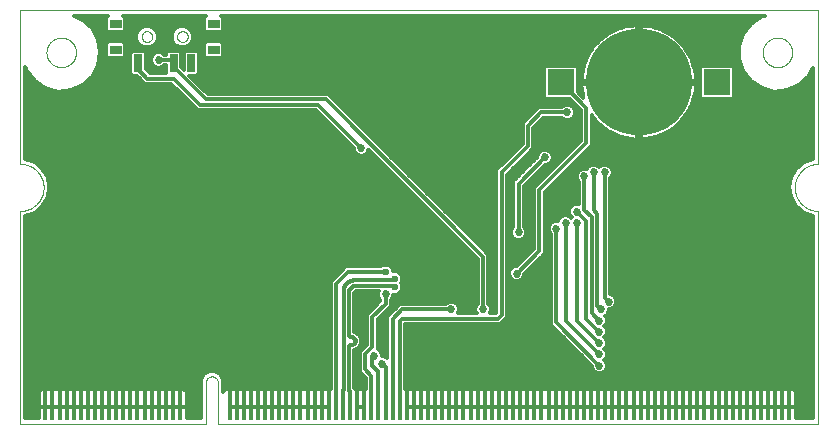
<source format=gbl>
G75*
%MOIN*%
%OFA0B0*%
%FSLAX25Y25*%
%IPPOS*%
%LPD*%
%AMOC8*
5,1,8,0,0,1.08239X$1,22.5*
%
%ADD10C,0.00000*%
%ADD11R,0.08875X0.08875*%
%ADD12C,0.35433*%
%ADD13R,0.03937X0.03150*%
%ADD14R,0.02756X0.05906*%
%ADD15R,0.01772X0.09055*%
%ADD16C,0.01200*%
%ADD17C,0.02700*%
%ADD18C,0.02362*%
D10*
X0005000Y0005000D02*
X0005000Y0075866D01*
X0005192Y0075868D01*
X0005383Y0075875D01*
X0005575Y0075887D01*
X0005766Y0075903D01*
X0005956Y0075924D01*
X0006146Y0075950D01*
X0006336Y0075980D01*
X0006524Y0076015D01*
X0006712Y0076054D01*
X0006899Y0076098D01*
X0007084Y0076147D01*
X0007268Y0076200D01*
X0007451Y0076257D01*
X0007633Y0076319D01*
X0007813Y0076386D01*
X0007991Y0076456D01*
X0008168Y0076531D01*
X0008342Y0076611D01*
X0008515Y0076694D01*
X0008685Y0076782D01*
X0008854Y0076873D01*
X0009020Y0076969D01*
X0009183Y0077069D01*
X0009345Y0077173D01*
X0009503Y0077281D01*
X0009659Y0077392D01*
X0009812Y0077508D01*
X0009963Y0077627D01*
X0010110Y0077749D01*
X0010254Y0077876D01*
X0010396Y0078005D01*
X0010534Y0078138D01*
X0010669Y0078275D01*
X0010800Y0078415D01*
X0010928Y0078557D01*
X0011052Y0078703D01*
X0011173Y0078852D01*
X0011290Y0079004D01*
X0011404Y0079158D01*
X0011514Y0079316D01*
X0011619Y0079476D01*
X0011721Y0079638D01*
X0011819Y0079803D01*
X0011913Y0079970D01*
X0012003Y0080140D01*
X0012088Y0080311D01*
X0012170Y0080485D01*
X0012247Y0080660D01*
X0012320Y0080838D01*
X0012388Y0081017D01*
X0012452Y0081198D01*
X0012512Y0081380D01*
X0012567Y0081563D01*
X0012618Y0081748D01*
X0012664Y0081934D01*
X0012706Y0082122D01*
X0012743Y0082310D01*
X0012776Y0082499D01*
X0012803Y0082688D01*
X0012827Y0082879D01*
X0012845Y0083070D01*
X0012859Y0083261D01*
X0012869Y0083452D01*
X0012873Y0083644D01*
X0012873Y0083836D01*
X0012869Y0084028D01*
X0012859Y0084219D01*
X0012845Y0084410D01*
X0012827Y0084601D01*
X0012803Y0084792D01*
X0012776Y0084981D01*
X0012743Y0085170D01*
X0012706Y0085358D01*
X0012664Y0085546D01*
X0012618Y0085732D01*
X0012567Y0085917D01*
X0012512Y0086100D01*
X0012452Y0086282D01*
X0012388Y0086463D01*
X0012320Y0086642D01*
X0012247Y0086820D01*
X0012170Y0086995D01*
X0012088Y0087169D01*
X0012003Y0087340D01*
X0011913Y0087510D01*
X0011819Y0087677D01*
X0011721Y0087842D01*
X0011619Y0088004D01*
X0011514Y0088164D01*
X0011404Y0088322D01*
X0011290Y0088476D01*
X0011173Y0088628D01*
X0011052Y0088777D01*
X0010928Y0088923D01*
X0010800Y0089065D01*
X0010669Y0089205D01*
X0010534Y0089342D01*
X0010396Y0089475D01*
X0010254Y0089604D01*
X0010110Y0089731D01*
X0009963Y0089853D01*
X0009812Y0089972D01*
X0009659Y0090088D01*
X0009503Y0090199D01*
X0009345Y0090307D01*
X0009183Y0090411D01*
X0009020Y0090511D01*
X0008854Y0090607D01*
X0008685Y0090698D01*
X0008515Y0090786D01*
X0008342Y0090869D01*
X0008168Y0090949D01*
X0007991Y0091024D01*
X0007813Y0091094D01*
X0007633Y0091161D01*
X0007451Y0091223D01*
X0007268Y0091280D01*
X0007084Y0091333D01*
X0006899Y0091382D01*
X0006712Y0091426D01*
X0006524Y0091465D01*
X0006336Y0091500D01*
X0006146Y0091530D01*
X0005956Y0091556D01*
X0005766Y0091577D01*
X0005575Y0091593D01*
X0005383Y0091605D01*
X0005192Y0091612D01*
X0005000Y0091614D01*
X0005000Y0142795D01*
X0271142Y0142795D01*
X0271142Y0091614D01*
X0270950Y0091612D01*
X0270759Y0091605D01*
X0270567Y0091593D01*
X0270376Y0091577D01*
X0270186Y0091556D01*
X0269996Y0091530D01*
X0269806Y0091500D01*
X0269618Y0091465D01*
X0269430Y0091426D01*
X0269243Y0091382D01*
X0269058Y0091333D01*
X0268874Y0091280D01*
X0268691Y0091223D01*
X0268509Y0091161D01*
X0268329Y0091094D01*
X0268151Y0091024D01*
X0267974Y0090949D01*
X0267800Y0090869D01*
X0267627Y0090786D01*
X0267457Y0090698D01*
X0267288Y0090607D01*
X0267122Y0090511D01*
X0266959Y0090411D01*
X0266797Y0090307D01*
X0266639Y0090199D01*
X0266483Y0090088D01*
X0266330Y0089972D01*
X0266179Y0089853D01*
X0266032Y0089731D01*
X0265888Y0089604D01*
X0265746Y0089475D01*
X0265608Y0089342D01*
X0265473Y0089205D01*
X0265342Y0089065D01*
X0265214Y0088923D01*
X0265090Y0088777D01*
X0264969Y0088628D01*
X0264852Y0088476D01*
X0264738Y0088322D01*
X0264628Y0088164D01*
X0264523Y0088004D01*
X0264421Y0087842D01*
X0264323Y0087677D01*
X0264229Y0087510D01*
X0264139Y0087340D01*
X0264054Y0087169D01*
X0263972Y0086995D01*
X0263895Y0086820D01*
X0263822Y0086642D01*
X0263754Y0086463D01*
X0263690Y0086282D01*
X0263630Y0086100D01*
X0263575Y0085917D01*
X0263524Y0085732D01*
X0263478Y0085546D01*
X0263436Y0085358D01*
X0263399Y0085170D01*
X0263366Y0084981D01*
X0263339Y0084792D01*
X0263315Y0084601D01*
X0263297Y0084410D01*
X0263283Y0084219D01*
X0263273Y0084028D01*
X0263269Y0083836D01*
X0263269Y0083644D01*
X0263273Y0083452D01*
X0263283Y0083261D01*
X0263297Y0083070D01*
X0263315Y0082879D01*
X0263339Y0082688D01*
X0263366Y0082499D01*
X0263399Y0082310D01*
X0263436Y0082122D01*
X0263478Y0081934D01*
X0263524Y0081748D01*
X0263575Y0081563D01*
X0263630Y0081380D01*
X0263690Y0081198D01*
X0263754Y0081017D01*
X0263822Y0080838D01*
X0263895Y0080660D01*
X0263972Y0080485D01*
X0264054Y0080311D01*
X0264139Y0080140D01*
X0264229Y0079970D01*
X0264323Y0079803D01*
X0264421Y0079638D01*
X0264523Y0079476D01*
X0264628Y0079316D01*
X0264738Y0079158D01*
X0264852Y0079004D01*
X0264969Y0078852D01*
X0265090Y0078703D01*
X0265214Y0078557D01*
X0265342Y0078415D01*
X0265473Y0078275D01*
X0265608Y0078138D01*
X0265746Y0078005D01*
X0265888Y0077876D01*
X0266032Y0077749D01*
X0266179Y0077627D01*
X0266330Y0077508D01*
X0266483Y0077392D01*
X0266639Y0077281D01*
X0266797Y0077173D01*
X0266959Y0077069D01*
X0267122Y0076969D01*
X0267288Y0076873D01*
X0267457Y0076782D01*
X0267627Y0076694D01*
X0267800Y0076611D01*
X0267974Y0076531D01*
X0268151Y0076456D01*
X0268329Y0076386D01*
X0268509Y0076319D01*
X0268691Y0076257D01*
X0268874Y0076200D01*
X0269058Y0076147D01*
X0269243Y0076098D01*
X0269430Y0076054D01*
X0269618Y0076015D01*
X0269806Y0075980D01*
X0269996Y0075950D01*
X0270186Y0075924D01*
X0270376Y0075903D01*
X0270567Y0075887D01*
X0270759Y0075875D01*
X0270950Y0075868D01*
X0271142Y0075866D01*
X0271142Y0005000D01*
X0070945Y0005000D01*
X0070945Y0018780D01*
X0070943Y0018867D01*
X0070937Y0018954D01*
X0070928Y0019041D01*
X0070914Y0019127D01*
X0070897Y0019212D01*
X0070876Y0019297D01*
X0070851Y0019380D01*
X0070823Y0019463D01*
X0070791Y0019544D01*
X0070755Y0019623D01*
X0070716Y0019701D01*
X0070674Y0019777D01*
X0070628Y0019851D01*
X0070579Y0019923D01*
X0070527Y0019993D01*
X0070472Y0020060D01*
X0070414Y0020125D01*
X0070353Y0020188D01*
X0070289Y0020247D01*
X0070223Y0020304D01*
X0070154Y0020357D01*
X0070083Y0020408D01*
X0070010Y0020455D01*
X0069935Y0020500D01*
X0069858Y0020540D01*
X0069780Y0020578D01*
X0069699Y0020611D01*
X0069618Y0020642D01*
X0069535Y0020668D01*
X0069450Y0020691D01*
X0069365Y0020710D01*
X0069280Y0020725D01*
X0069193Y0020737D01*
X0069107Y0020745D01*
X0069020Y0020749D01*
X0068932Y0020749D01*
X0068845Y0020745D01*
X0068759Y0020737D01*
X0068672Y0020725D01*
X0068587Y0020710D01*
X0068502Y0020691D01*
X0068417Y0020668D01*
X0068334Y0020642D01*
X0068253Y0020611D01*
X0068172Y0020578D01*
X0068094Y0020540D01*
X0068017Y0020500D01*
X0067942Y0020455D01*
X0067869Y0020408D01*
X0067798Y0020357D01*
X0067729Y0020304D01*
X0067663Y0020247D01*
X0067599Y0020188D01*
X0067538Y0020125D01*
X0067480Y0020060D01*
X0067425Y0019993D01*
X0067373Y0019923D01*
X0067324Y0019851D01*
X0067278Y0019777D01*
X0067236Y0019701D01*
X0067197Y0019623D01*
X0067161Y0019544D01*
X0067129Y0019463D01*
X0067101Y0019380D01*
X0067076Y0019297D01*
X0067055Y0019212D01*
X0067038Y0019127D01*
X0067024Y0019041D01*
X0067015Y0018954D01*
X0067009Y0018867D01*
X0067007Y0018780D01*
X0067008Y0018780D02*
X0067008Y0005000D01*
X0005000Y0005000D01*
X0013829Y0128750D02*
X0013831Y0128890D01*
X0013837Y0129030D01*
X0013847Y0129169D01*
X0013861Y0129308D01*
X0013879Y0129447D01*
X0013900Y0129585D01*
X0013926Y0129723D01*
X0013956Y0129860D01*
X0013989Y0129995D01*
X0014027Y0130130D01*
X0014068Y0130264D01*
X0014113Y0130397D01*
X0014161Y0130528D01*
X0014214Y0130657D01*
X0014270Y0130786D01*
X0014329Y0130912D01*
X0014393Y0131037D01*
X0014459Y0131160D01*
X0014530Y0131281D01*
X0014603Y0131400D01*
X0014680Y0131517D01*
X0014761Y0131631D01*
X0014844Y0131743D01*
X0014931Y0131853D01*
X0015021Y0131961D01*
X0015113Y0132065D01*
X0015209Y0132167D01*
X0015308Y0132267D01*
X0015409Y0132363D01*
X0015513Y0132457D01*
X0015620Y0132547D01*
X0015729Y0132634D01*
X0015841Y0132719D01*
X0015955Y0132800D01*
X0016071Y0132878D01*
X0016189Y0132952D01*
X0016310Y0133023D01*
X0016432Y0133091D01*
X0016557Y0133155D01*
X0016683Y0133216D01*
X0016810Y0133273D01*
X0016940Y0133326D01*
X0017071Y0133376D01*
X0017203Y0133421D01*
X0017336Y0133464D01*
X0017471Y0133502D01*
X0017606Y0133536D01*
X0017743Y0133567D01*
X0017880Y0133594D01*
X0018018Y0133616D01*
X0018157Y0133635D01*
X0018296Y0133650D01*
X0018435Y0133661D01*
X0018575Y0133668D01*
X0018715Y0133671D01*
X0018855Y0133670D01*
X0018995Y0133665D01*
X0019134Y0133656D01*
X0019274Y0133643D01*
X0019413Y0133626D01*
X0019551Y0133605D01*
X0019689Y0133581D01*
X0019826Y0133552D01*
X0019962Y0133520D01*
X0020097Y0133483D01*
X0020231Y0133443D01*
X0020364Y0133399D01*
X0020495Y0133351D01*
X0020625Y0133300D01*
X0020754Y0133245D01*
X0020881Y0133186D01*
X0021006Y0133123D01*
X0021129Y0133058D01*
X0021251Y0132988D01*
X0021370Y0132915D01*
X0021488Y0132839D01*
X0021603Y0132760D01*
X0021716Y0132677D01*
X0021826Y0132591D01*
X0021934Y0132502D01*
X0022039Y0132410D01*
X0022142Y0132315D01*
X0022242Y0132217D01*
X0022339Y0132117D01*
X0022433Y0132013D01*
X0022525Y0131907D01*
X0022613Y0131799D01*
X0022698Y0131688D01*
X0022780Y0131574D01*
X0022859Y0131458D01*
X0022934Y0131341D01*
X0023006Y0131221D01*
X0023074Y0131099D01*
X0023139Y0130975D01*
X0023201Y0130849D01*
X0023259Y0130722D01*
X0023313Y0130593D01*
X0023364Y0130462D01*
X0023410Y0130330D01*
X0023453Y0130197D01*
X0023493Y0130063D01*
X0023528Y0129928D01*
X0023560Y0129791D01*
X0023587Y0129654D01*
X0023611Y0129516D01*
X0023631Y0129378D01*
X0023647Y0129239D01*
X0023659Y0129099D01*
X0023667Y0128960D01*
X0023671Y0128820D01*
X0023671Y0128680D01*
X0023667Y0128540D01*
X0023659Y0128401D01*
X0023647Y0128261D01*
X0023631Y0128122D01*
X0023611Y0127984D01*
X0023587Y0127846D01*
X0023560Y0127709D01*
X0023528Y0127572D01*
X0023493Y0127437D01*
X0023453Y0127303D01*
X0023410Y0127170D01*
X0023364Y0127038D01*
X0023313Y0126907D01*
X0023259Y0126778D01*
X0023201Y0126651D01*
X0023139Y0126525D01*
X0023074Y0126401D01*
X0023006Y0126279D01*
X0022934Y0126159D01*
X0022859Y0126042D01*
X0022780Y0125926D01*
X0022698Y0125812D01*
X0022613Y0125701D01*
X0022525Y0125593D01*
X0022433Y0125487D01*
X0022339Y0125383D01*
X0022242Y0125283D01*
X0022142Y0125185D01*
X0022039Y0125090D01*
X0021934Y0124998D01*
X0021826Y0124909D01*
X0021716Y0124823D01*
X0021603Y0124740D01*
X0021488Y0124661D01*
X0021370Y0124585D01*
X0021251Y0124512D01*
X0021129Y0124442D01*
X0021006Y0124377D01*
X0020881Y0124314D01*
X0020754Y0124255D01*
X0020625Y0124200D01*
X0020495Y0124149D01*
X0020364Y0124101D01*
X0020231Y0124057D01*
X0020097Y0124017D01*
X0019962Y0123980D01*
X0019826Y0123948D01*
X0019689Y0123919D01*
X0019551Y0123895D01*
X0019413Y0123874D01*
X0019274Y0123857D01*
X0019134Y0123844D01*
X0018995Y0123835D01*
X0018855Y0123830D01*
X0018715Y0123829D01*
X0018575Y0123832D01*
X0018435Y0123839D01*
X0018296Y0123850D01*
X0018157Y0123865D01*
X0018018Y0123884D01*
X0017880Y0123906D01*
X0017743Y0123933D01*
X0017606Y0123964D01*
X0017471Y0123998D01*
X0017336Y0124036D01*
X0017203Y0124079D01*
X0017071Y0124124D01*
X0016940Y0124174D01*
X0016810Y0124227D01*
X0016683Y0124284D01*
X0016557Y0124345D01*
X0016432Y0124409D01*
X0016310Y0124477D01*
X0016189Y0124548D01*
X0016071Y0124622D01*
X0015955Y0124700D01*
X0015841Y0124781D01*
X0015729Y0124866D01*
X0015620Y0124953D01*
X0015513Y0125043D01*
X0015409Y0125137D01*
X0015308Y0125233D01*
X0015209Y0125333D01*
X0015113Y0125435D01*
X0015021Y0125539D01*
X0014931Y0125647D01*
X0014844Y0125757D01*
X0014761Y0125869D01*
X0014680Y0125983D01*
X0014603Y0126100D01*
X0014530Y0126219D01*
X0014459Y0126340D01*
X0014393Y0126463D01*
X0014329Y0126588D01*
X0014270Y0126714D01*
X0014214Y0126843D01*
X0014161Y0126972D01*
X0014113Y0127103D01*
X0014068Y0127236D01*
X0014027Y0127370D01*
X0013989Y0127505D01*
X0013956Y0127640D01*
X0013926Y0127777D01*
X0013900Y0127915D01*
X0013879Y0128053D01*
X0013861Y0128192D01*
X0013847Y0128331D01*
X0013837Y0128470D01*
X0013831Y0128610D01*
X0013829Y0128750D01*
X0045572Y0134025D02*
X0045574Y0134109D01*
X0045580Y0134192D01*
X0045590Y0134275D01*
X0045604Y0134358D01*
X0045621Y0134440D01*
X0045643Y0134521D01*
X0045668Y0134600D01*
X0045697Y0134679D01*
X0045730Y0134756D01*
X0045766Y0134831D01*
X0045806Y0134905D01*
X0045849Y0134977D01*
X0045896Y0135046D01*
X0045946Y0135113D01*
X0045999Y0135178D01*
X0046055Y0135240D01*
X0046113Y0135300D01*
X0046175Y0135357D01*
X0046239Y0135410D01*
X0046306Y0135461D01*
X0046375Y0135508D01*
X0046446Y0135553D01*
X0046519Y0135593D01*
X0046594Y0135630D01*
X0046671Y0135664D01*
X0046749Y0135694D01*
X0046828Y0135720D01*
X0046909Y0135743D01*
X0046991Y0135761D01*
X0047073Y0135776D01*
X0047156Y0135787D01*
X0047239Y0135794D01*
X0047323Y0135797D01*
X0047407Y0135796D01*
X0047490Y0135791D01*
X0047574Y0135782D01*
X0047656Y0135769D01*
X0047738Y0135753D01*
X0047819Y0135732D01*
X0047900Y0135708D01*
X0047978Y0135680D01*
X0048056Y0135648D01*
X0048132Y0135612D01*
X0048206Y0135573D01*
X0048278Y0135531D01*
X0048348Y0135485D01*
X0048416Y0135436D01*
X0048481Y0135384D01*
X0048544Y0135329D01*
X0048604Y0135271D01*
X0048662Y0135210D01*
X0048716Y0135146D01*
X0048768Y0135080D01*
X0048816Y0135012D01*
X0048861Y0134941D01*
X0048902Y0134868D01*
X0048941Y0134794D01*
X0048975Y0134718D01*
X0049006Y0134640D01*
X0049033Y0134561D01*
X0049057Y0134480D01*
X0049076Y0134399D01*
X0049092Y0134317D01*
X0049104Y0134234D01*
X0049112Y0134150D01*
X0049116Y0134067D01*
X0049116Y0133983D01*
X0049112Y0133900D01*
X0049104Y0133816D01*
X0049092Y0133733D01*
X0049076Y0133651D01*
X0049057Y0133570D01*
X0049033Y0133489D01*
X0049006Y0133410D01*
X0048975Y0133332D01*
X0048941Y0133256D01*
X0048902Y0133182D01*
X0048861Y0133109D01*
X0048816Y0133038D01*
X0048768Y0132970D01*
X0048716Y0132904D01*
X0048662Y0132840D01*
X0048604Y0132779D01*
X0048544Y0132721D01*
X0048481Y0132666D01*
X0048416Y0132614D01*
X0048348Y0132565D01*
X0048278Y0132519D01*
X0048206Y0132477D01*
X0048132Y0132438D01*
X0048056Y0132402D01*
X0047978Y0132370D01*
X0047900Y0132342D01*
X0047819Y0132318D01*
X0047738Y0132297D01*
X0047656Y0132281D01*
X0047574Y0132268D01*
X0047490Y0132259D01*
X0047407Y0132254D01*
X0047323Y0132253D01*
X0047239Y0132256D01*
X0047156Y0132263D01*
X0047073Y0132274D01*
X0046991Y0132289D01*
X0046909Y0132307D01*
X0046828Y0132330D01*
X0046749Y0132356D01*
X0046671Y0132386D01*
X0046594Y0132420D01*
X0046519Y0132457D01*
X0046446Y0132497D01*
X0046375Y0132542D01*
X0046306Y0132589D01*
X0046239Y0132640D01*
X0046175Y0132693D01*
X0046113Y0132750D01*
X0046055Y0132810D01*
X0045999Y0132872D01*
X0045946Y0132937D01*
X0045896Y0133004D01*
X0045849Y0133073D01*
X0045806Y0133145D01*
X0045766Y0133219D01*
X0045730Y0133294D01*
X0045697Y0133371D01*
X0045668Y0133450D01*
X0045643Y0133529D01*
X0045621Y0133610D01*
X0045604Y0133692D01*
X0045590Y0133775D01*
X0045580Y0133858D01*
X0045574Y0133941D01*
X0045572Y0134025D01*
X0057384Y0134025D02*
X0057386Y0134109D01*
X0057392Y0134192D01*
X0057402Y0134275D01*
X0057416Y0134358D01*
X0057433Y0134440D01*
X0057455Y0134521D01*
X0057480Y0134600D01*
X0057509Y0134679D01*
X0057542Y0134756D01*
X0057578Y0134831D01*
X0057618Y0134905D01*
X0057661Y0134977D01*
X0057708Y0135046D01*
X0057758Y0135113D01*
X0057811Y0135178D01*
X0057867Y0135240D01*
X0057925Y0135300D01*
X0057987Y0135357D01*
X0058051Y0135410D01*
X0058118Y0135461D01*
X0058187Y0135508D01*
X0058258Y0135553D01*
X0058331Y0135593D01*
X0058406Y0135630D01*
X0058483Y0135664D01*
X0058561Y0135694D01*
X0058640Y0135720D01*
X0058721Y0135743D01*
X0058803Y0135761D01*
X0058885Y0135776D01*
X0058968Y0135787D01*
X0059051Y0135794D01*
X0059135Y0135797D01*
X0059219Y0135796D01*
X0059302Y0135791D01*
X0059386Y0135782D01*
X0059468Y0135769D01*
X0059550Y0135753D01*
X0059631Y0135732D01*
X0059712Y0135708D01*
X0059790Y0135680D01*
X0059868Y0135648D01*
X0059944Y0135612D01*
X0060018Y0135573D01*
X0060090Y0135531D01*
X0060160Y0135485D01*
X0060228Y0135436D01*
X0060293Y0135384D01*
X0060356Y0135329D01*
X0060416Y0135271D01*
X0060474Y0135210D01*
X0060528Y0135146D01*
X0060580Y0135080D01*
X0060628Y0135012D01*
X0060673Y0134941D01*
X0060714Y0134868D01*
X0060753Y0134794D01*
X0060787Y0134718D01*
X0060818Y0134640D01*
X0060845Y0134561D01*
X0060869Y0134480D01*
X0060888Y0134399D01*
X0060904Y0134317D01*
X0060916Y0134234D01*
X0060924Y0134150D01*
X0060928Y0134067D01*
X0060928Y0133983D01*
X0060924Y0133900D01*
X0060916Y0133816D01*
X0060904Y0133733D01*
X0060888Y0133651D01*
X0060869Y0133570D01*
X0060845Y0133489D01*
X0060818Y0133410D01*
X0060787Y0133332D01*
X0060753Y0133256D01*
X0060714Y0133182D01*
X0060673Y0133109D01*
X0060628Y0133038D01*
X0060580Y0132970D01*
X0060528Y0132904D01*
X0060474Y0132840D01*
X0060416Y0132779D01*
X0060356Y0132721D01*
X0060293Y0132666D01*
X0060228Y0132614D01*
X0060160Y0132565D01*
X0060090Y0132519D01*
X0060018Y0132477D01*
X0059944Y0132438D01*
X0059868Y0132402D01*
X0059790Y0132370D01*
X0059712Y0132342D01*
X0059631Y0132318D01*
X0059550Y0132297D01*
X0059468Y0132281D01*
X0059386Y0132268D01*
X0059302Y0132259D01*
X0059219Y0132254D01*
X0059135Y0132253D01*
X0059051Y0132256D01*
X0058968Y0132263D01*
X0058885Y0132274D01*
X0058803Y0132289D01*
X0058721Y0132307D01*
X0058640Y0132330D01*
X0058561Y0132356D01*
X0058483Y0132386D01*
X0058406Y0132420D01*
X0058331Y0132457D01*
X0058258Y0132497D01*
X0058187Y0132542D01*
X0058118Y0132589D01*
X0058051Y0132640D01*
X0057987Y0132693D01*
X0057925Y0132750D01*
X0057867Y0132810D01*
X0057811Y0132872D01*
X0057758Y0132937D01*
X0057708Y0133004D01*
X0057661Y0133073D01*
X0057618Y0133145D01*
X0057578Y0133219D01*
X0057542Y0133294D01*
X0057509Y0133371D01*
X0057480Y0133450D01*
X0057455Y0133529D01*
X0057433Y0133610D01*
X0057416Y0133692D01*
X0057402Y0133775D01*
X0057392Y0133858D01*
X0057386Y0133941D01*
X0057384Y0134025D01*
X0252579Y0128750D02*
X0252581Y0128890D01*
X0252587Y0129030D01*
X0252597Y0129169D01*
X0252611Y0129308D01*
X0252629Y0129447D01*
X0252650Y0129585D01*
X0252676Y0129723D01*
X0252706Y0129860D01*
X0252739Y0129995D01*
X0252777Y0130130D01*
X0252818Y0130264D01*
X0252863Y0130397D01*
X0252911Y0130528D01*
X0252964Y0130657D01*
X0253020Y0130786D01*
X0253079Y0130912D01*
X0253143Y0131037D01*
X0253209Y0131160D01*
X0253280Y0131281D01*
X0253353Y0131400D01*
X0253430Y0131517D01*
X0253511Y0131631D01*
X0253594Y0131743D01*
X0253681Y0131853D01*
X0253771Y0131961D01*
X0253863Y0132065D01*
X0253959Y0132167D01*
X0254058Y0132267D01*
X0254159Y0132363D01*
X0254263Y0132457D01*
X0254370Y0132547D01*
X0254479Y0132634D01*
X0254591Y0132719D01*
X0254705Y0132800D01*
X0254821Y0132878D01*
X0254939Y0132952D01*
X0255060Y0133023D01*
X0255182Y0133091D01*
X0255307Y0133155D01*
X0255433Y0133216D01*
X0255560Y0133273D01*
X0255690Y0133326D01*
X0255821Y0133376D01*
X0255953Y0133421D01*
X0256086Y0133464D01*
X0256221Y0133502D01*
X0256356Y0133536D01*
X0256493Y0133567D01*
X0256630Y0133594D01*
X0256768Y0133616D01*
X0256907Y0133635D01*
X0257046Y0133650D01*
X0257185Y0133661D01*
X0257325Y0133668D01*
X0257465Y0133671D01*
X0257605Y0133670D01*
X0257745Y0133665D01*
X0257884Y0133656D01*
X0258024Y0133643D01*
X0258163Y0133626D01*
X0258301Y0133605D01*
X0258439Y0133581D01*
X0258576Y0133552D01*
X0258712Y0133520D01*
X0258847Y0133483D01*
X0258981Y0133443D01*
X0259114Y0133399D01*
X0259245Y0133351D01*
X0259375Y0133300D01*
X0259504Y0133245D01*
X0259631Y0133186D01*
X0259756Y0133123D01*
X0259879Y0133058D01*
X0260001Y0132988D01*
X0260120Y0132915D01*
X0260238Y0132839D01*
X0260353Y0132760D01*
X0260466Y0132677D01*
X0260576Y0132591D01*
X0260684Y0132502D01*
X0260789Y0132410D01*
X0260892Y0132315D01*
X0260992Y0132217D01*
X0261089Y0132117D01*
X0261183Y0132013D01*
X0261275Y0131907D01*
X0261363Y0131799D01*
X0261448Y0131688D01*
X0261530Y0131574D01*
X0261609Y0131458D01*
X0261684Y0131341D01*
X0261756Y0131221D01*
X0261824Y0131099D01*
X0261889Y0130975D01*
X0261951Y0130849D01*
X0262009Y0130722D01*
X0262063Y0130593D01*
X0262114Y0130462D01*
X0262160Y0130330D01*
X0262203Y0130197D01*
X0262243Y0130063D01*
X0262278Y0129928D01*
X0262310Y0129791D01*
X0262337Y0129654D01*
X0262361Y0129516D01*
X0262381Y0129378D01*
X0262397Y0129239D01*
X0262409Y0129099D01*
X0262417Y0128960D01*
X0262421Y0128820D01*
X0262421Y0128680D01*
X0262417Y0128540D01*
X0262409Y0128401D01*
X0262397Y0128261D01*
X0262381Y0128122D01*
X0262361Y0127984D01*
X0262337Y0127846D01*
X0262310Y0127709D01*
X0262278Y0127572D01*
X0262243Y0127437D01*
X0262203Y0127303D01*
X0262160Y0127170D01*
X0262114Y0127038D01*
X0262063Y0126907D01*
X0262009Y0126778D01*
X0261951Y0126651D01*
X0261889Y0126525D01*
X0261824Y0126401D01*
X0261756Y0126279D01*
X0261684Y0126159D01*
X0261609Y0126042D01*
X0261530Y0125926D01*
X0261448Y0125812D01*
X0261363Y0125701D01*
X0261275Y0125593D01*
X0261183Y0125487D01*
X0261089Y0125383D01*
X0260992Y0125283D01*
X0260892Y0125185D01*
X0260789Y0125090D01*
X0260684Y0124998D01*
X0260576Y0124909D01*
X0260466Y0124823D01*
X0260353Y0124740D01*
X0260238Y0124661D01*
X0260120Y0124585D01*
X0260001Y0124512D01*
X0259879Y0124442D01*
X0259756Y0124377D01*
X0259631Y0124314D01*
X0259504Y0124255D01*
X0259375Y0124200D01*
X0259245Y0124149D01*
X0259114Y0124101D01*
X0258981Y0124057D01*
X0258847Y0124017D01*
X0258712Y0123980D01*
X0258576Y0123948D01*
X0258439Y0123919D01*
X0258301Y0123895D01*
X0258163Y0123874D01*
X0258024Y0123857D01*
X0257884Y0123844D01*
X0257745Y0123835D01*
X0257605Y0123830D01*
X0257465Y0123829D01*
X0257325Y0123832D01*
X0257185Y0123839D01*
X0257046Y0123850D01*
X0256907Y0123865D01*
X0256768Y0123884D01*
X0256630Y0123906D01*
X0256493Y0123933D01*
X0256356Y0123964D01*
X0256221Y0123998D01*
X0256086Y0124036D01*
X0255953Y0124079D01*
X0255821Y0124124D01*
X0255690Y0124174D01*
X0255560Y0124227D01*
X0255433Y0124284D01*
X0255307Y0124345D01*
X0255182Y0124409D01*
X0255060Y0124477D01*
X0254939Y0124548D01*
X0254821Y0124622D01*
X0254705Y0124700D01*
X0254591Y0124781D01*
X0254479Y0124866D01*
X0254370Y0124953D01*
X0254263Y0125043D01*
X0254159Y0125137D01*
X0254058Y0125233D01*
X0253959Y0125333D01*
X0253863Y0125435D01*
X0253771Y0125539D01*
X0253681Y0125647D01*
X0253594Y0125757D01*
X0253511Y0125869D01*
X0253430Y0125983D01*
X0253353Y0126100D01*
X0253280Y0126219D01*
X0253209Y0126340D01*
X0253143Y0126463D01*
X0253079Y0126588D01*
X0253020Y0126714D01*
X0252964Y0126843D01*
X0252911Y0126972D01*
X0252863Y0127103D01*
X0252818Y0127236D01*
X0252777Y0127370D01*
X0252739Y0127505D01*
X0252706Y0127640D01*
X0252676Y0127777D01*
X0252650Y0127915D01*
X0252629Y0128053D01*
X0252611Y0128192D01*
X0252597Y0128331D01*
X0252587Y0128470D01*
X0252581Y0128610D01*
X0252579Y0128750D01*
D11*
X0237250Y0118750D03*
X0185250Y0118750D03*
D12*
X0211250Y0118750D03*
D13*
X0069589Y0129694D03*
X0069589Y0138356D03*
X0036911Y0138356D03*
X0036911Y0129694D03*
D14*
X0044392Y0125167D03*
X0056203Y0125167D03*
X0062108Y0125167D03*
D15*
X0058346Y0010512D03*
X0055984Y0010512D03*
X0053622Y0010512D03*
X0051260Y0010512D03*
X0048898Y0010512D03*
X0046535Y0010512D03*
X0044173Y0010512D03*
X0041811Y0010512D03*
X0039449Y0010512D03*
X0037087Y0010512D03*
X0034724Y0010512D03*
X0032362Y0010512D03*
X0030000Y0010512D03*
X0027638Y0010512D03*
X0025276Y0010512D03*
X0022913Y0010512D03*
X0020551Y0010512D03*
X0018189Y0010512D03*
X0015827Y0010512D03*
X0013465Y0010512D03*
X0074882Y0010512D03*
X0077244Y0010512D03*
X0079606Y0010512D03*
X0081969Y0010512D03*
X0084331Y0010512D03*
X0086693Y0010512D03*
X0089055Y0010512D03*
X0091417Y0010512D03*
X0093780Y0010512D03*
X0096142Y0010512D03*
X0098504Y0010512D03*
X0100866Y0010512D03*
X0103228Y0010512D03*
X0105591Y0010512D03*
X0107953Y0010512D03*
X0110315Y0010512D03*
X0112677Y0010512D03*
X0115039Y0010512D03*
X0117402Y0010512D03*
X0119764Y0010512D03*
X0122126Y0010512D03*
X0124488Y0010512D03*
X0126850Y0010512D03*
X0129213Y0010512D03*
X0131575Y0010512D03*
X0133937Y0010512D03*
X0136299Y0010512D03*
X0138661Y0010512D03*
X0141024Y0010512D03*
X0143386Y0010512D03*
X0145748Y0010512D03*
X0148110Y0010512D03*
X0150472Y0010512D03*
X0152835Y0010512D03*
X0155197Y0010512D03*
X0157559Y0010512D03*
X0159921Y0010512D03*
X0162283Y0010512D03*
X0164646Y0010512D03*
X0167008Y0010512D03*
X0169370Y0010512D03*
X0171732Y0010512D03*
X0174094Y0010512D03*
X0176457Y0010512D03*
X0178819Y0010512D03*
X0181181Y0010512D03*
X0183543Y0010512D03*
X0185906Y0010512D03*
X0188268Y0010512D03*
X0190630Y0010512D03*
X0192992Y0010512D03*
X0195354Y0010512D03*
X0197717Y0010512D03*
X0200079Y0010512D03*
X0202441Y0010512D03*
X0204803Y0010512D03*
X0207165Y0010512D03*
X0209528Y0010512D03*
X0211890Y0010512D03*
X0214252Y0010512D03*
X0216614Y0010512D03*
X0218976Y0010512D03*
X0221339Y0010512D03*
X0223701Y0010512D03*
X0226063Y0010512D03*
X0228425Y0010512D03*
X0230787Y0010512D03*
X0233150Y0010512D03*
X0235512Y0010512D03*
X0237874Y0010512D03*
X0240236Y0010512D03*
X0242598Y0010512D03*
X0244961Y0010512D03*
X0247323Y0010512D03*
X0249685Y0010512D03*
X0252047Y0010512D03*
X0254409Y0010512D03*
X0256772Y0010512D03*
X0259134Y0010512D03*
X0261496Y0010512D03*
D16*
X0261496Y0016427D01*
X0260428Y0016427D01*
X0260315Y0016397D01*
X0260202Y0016427D01*
X0259134Y0016427D01*
X0259134Y0010512D01*
X0259134Y0010512D01*
X0261496Y0010512D01*
X0261496Y0010512D01*
X0261496Y0016427D01*
X0262565Y0016427D01*
X0262917Y0016332D01*
X0263234Y0016150D01*
X0263492Y0015891D01*
X0263675Y0015575D01*
X0263769Y0015222D01*
X0263769Y0010512D01*
X0261496Y0010512D01*
X0261496Y0010512D01*
X0261496Y0010512D01*
X0259223Y0010512D01*
X0259134Y0010512D01*
X0259134Y0010512D01*
X0259134Y0016427D01*
X0258065Y0016427D01*
X0257953Y0016397D01*
X0257840Y0016427D01*
X0256772Y0016427D01*
X0256772Y0010512D01*
X0259134Y0010512D01*
X0259134Y0010512D01*
X0256861Y0010512D01*
X0256772Y0010512D01*
X0256772Y0010512D01*
X0256772Y0010512D01*
X0256772Y0016427D01*
X0255703Y0016427D01*
X0255591Y0016397D01*
X0255478Y0016427D01*
X0254409Y0016427D01*
X0253341Y0016427D01*
X0253228Y0016397D01*
X0253116Y0016427D01*
X0252047Y0016427D01*
X0250979Y0016427D01*
X0250866Y0016397D01*
X0250754Y0016427D01*
X0249685Y0016427D01*
X0248617Y0016427D01*
X0248504Y0016397D01*
X0248391Y0016427D01*
X0247323Y0016427D01*
X0247323Y0010512D01*
X0247323Y0010512D01*
X0249685Y0010512D01*
X0249685Y0016427D01*
X0249685Y0010512D01*
X0249685Y0010512D01*
X0249685Y0010512D01*
X0252047Y0010512D01*
X0252047Y0016427D01*
X0252047Y0010512D01*
X0252047Y0010512D01*
X0252047Y0010512D01*
X0251958Y0010512D01*
X0249685Y0010512D01*
X0249685Y0010512D01*
X0247412Y0010512D01*
X0247323Y0010512D01*
X0247323Y0010512D01*
X0247323Y0016427D01*
X0246254Y0016427D01*
X0246142Y0016397D01*
X0246029Y0016427D01*
X0244961Y0016427D01*
X0244961Y0010512D01*
X0247323Y0010512D01*
X0247323Y0010512D01*
X0245050Y0010512D01*
X0244961Y0010512D01*
X0244961Y0010512D01*
X0244961Y0010512D01*
X0244961Y0016427D01*
X0243892Y0016427D01*
X0243780Y0016397D01*
X0243667Y0016427D01*
X0242598Y0016427D01*
X0241530Y0016427D01*
X0241417Y0016397D01*
X0241305Y0016427D01*
X0240236Y0016427D01*
X0239168Y0016427D01*
X0239055Y0016397D01*
X0238942Y0016427D01*
X0237874Y0016427D01*
X0236806Y0016427D01*
X0236693Y0016397D01*
X0236580Y0016427D01*
X0235512Y0016427D01*
X0235512Y0010512D01*
X0235512Y0010512D01*
X0237874Y0010512D01*
X0237874Y0016427D01*
X0237874Y0010512D01*
X0237874Y0010512D01*
X0237874Y0010512D01*
X0240236Y0010512D01*
X0240236Y0016427D01*
X0240236Y0010512D01*
X0240236Y0010512D01*
X0240236Y0010512D01*
X0237963Y0010512D01*
X0237874Y0010512D01*
X0237874Y0010512D01*
X0235601Y0010512D01*
X0235512Y0010512D01*
X0235512Y0010512D01*
X0235512Y0016427D01*
X0234443Y0016427D01*
X0234331Y0016397D01*
X0234218Y0016427D01*
X0233150Y0016427D01*
X0233150Y0010512D01*
X0235512Y0010512D01*
X0235512Y0010512D01*
X0235423Y0010512D01*
X0233150Y0010512D01*
X0233150Y0010512D01*
X0233150Y0010512D01*
X0233150Y0016427D01*
X0232081Y0016427D01*
X0231968Y0016397D01*
X0231856Y0016427D01*
X0230787Y0016427D01*
X0229719Y0016427D01*
X0229606Y0016397D01*
X0229494Y0016427D01*
X0228425Y0016427D01*
X0227357Y0016427D01*
X0227244Y0016397D01*
X0227131Y0016427D01*
X0226063Y0016427D01*
X0226063Y0010512D01*
X0226063Y0010512D01*
X0226063Y0016427D01*
X0224995Y0016427D01*
X0224882Y0016397D01*
X0224769Y0016427D01*
X0223701Y0016427D01*
X0223701Y0010512D01*
X0223701Y0010512D01*
X0226063Y0010512D01*
X0228425Y0010512D01*
X0228425Y0016427D01*
X0228425Y0010512D01*
X0228425Y0010512D01*
X0228425Y0010512D01*
X0226152Y0010512D01*
X0226063Y0010512D01*
X0226063Y0010512D01*
X0226063Y0010512D01*
X0223790Y0010512D01*
X0223701Y0010512D01*
X0223701Y0010512D01*
X0223701Y0016427D01*
X0222632Y0016427D01*
X0222520Y0016397D01*
X0222407Y0016427D01*
X0221339Y0016427D01*
X0221339Y0010512D01*
X0223701Y0010512D01*
X0223701Y0010512D01*
X0221428Y0010512D01*
X0221339Y0010512D01*
X0221339Y0010512D01*
X0221339Y0010512D01*
X0221339Y0016427D01*
X0220270Y0016427D01*
X0220157Y0016397D01*
X0220045Y0016427D01*
X0218976Y0016427D01*
X0217908Y0016427D01*
X0217795Y0016397D01*
X0217683Y0016427D01*
X0216614Y0016427D01*
X0215546Y0016427D01*
X0215433Y0016397D01*
X0215320Y0016427D01*
X0214252Y0016427D01*
X0214252Y0010512D01*
X0214252Y0010512D01*
X0214252Y0016427D01*
X0213183Y0016427D01*
X0213071Y0016397D01*
X0212958Y0016427D01*
X0211890Y0016427D01*
X0211890Y0010512D01*
X0214252Y0010512D01*
X0216614Y0010512D01*
X0216614Y0016427D01*
X0216614Y0010512D01*
X0216614Y0010512D01*
X0216614Y0010512D01*
X0214341Y0010512D01*
X0214252Y0010512D01*
X0214252Y0010512D01*
X0214252Y0010512D01*
X0211979Y0010512D01*
X0211890Y0010512D01*
X0211890Y0010512D01*
X0211890Y0010512D01*
X0211890Y0016427D01*
X0210821Y0016427D01*
X0210709Y0016397D01*
X0210596Y0016427D01*
X0209528Y0016427D01*
X0209528Y0010512D01*
X0211890Y0010512D01*
X0211890Y0010512D01*
X0209617Y0010512D01*
X0209528Y0010512D01*
X0209528Y0010512D01*
X0209527Y0010512D01*
X0209527Y0010512D01*
X0207165Y0010512D01*
X0207165Y0010512D01*
X0204803Y0010512D01*
X0204803Y0016427D01*
X0203735Y0016427D01*
X0203622Y0016397D01*
X0203509Y0016427D01*
X0202441Y0016427D01*
X0202441Y0010512D01*
X0202441Y0010512D01*
X0202441Y0016427D01*
X0201372Y0016427D01*
X0201260Y0016397D01*
X0201147Y0016427D01*
X0200079Y0016427D01*
X0200079Y0010512D01*
X0202441Y0010512D01*
X0204803Y0010512D01*
X0204803Y0010512D01*
X0204803Y0010512D01*
X0204803Y0016427D01*
X0205872Y0016427D01*
X0205984Y0016397D01*
X0206097Y0016427D01*
X0207165Y0016427D01*
X0207165Y0010512D01*
X0207165Y0010512D01*
X0204892Y0010512D01*
X0204803Y0010512D01*
X0202530Y0010512D01*
X0202441Y0010512D01*
X0202441Y0010512D01*
X0202441Y0010512D01*
X0202352Y0010512D01*
X0200079Y0010512D01*
X0200079Y0010512D01*
X0200079Y0010512D01*
X0200079Y0016427D01*
X0199010Y0016427D01*
X0198898Y0016397D01*
X0198785Y0016427D01*
X0197717Y0016427D01*
X0197717Y0010512D01*
X0200079Y0010512D01*
X0200079Y0010512D01*
X0199990Y0010512D01*
X0197717Y0010512D01*
X0197717Y0010512D01*
X0197716Y0010512D01*
X0197716Y0010512D01*
X0195354Y0010512D01*
X0195354Y0010512D01*
X0192992Y0010512D01*
X0192992Y0016427D01*
X0191924Y0016427D01*
X0191811Y0016397D01*
X0191698Y0016427D01*
X0190630Y0016427D01*
X0190630Y0010512D01*
X0190630Y0010512D01*
X0192992Y0010512D01*
X0192992Y0010512D01*
X0192992Y0010512D01*
X0192992Y0016427D01*
X0194061Y0016427D01*
X0194173Y0016397D01*
X0194286Y0016427D01*
X0195354Y0016427D01*
X0195354Y0010512D01*
X0195354Y0010512D01*
X0193081Y0010512D01*
X0192992Y0010512D01*
X0190719Y0010512D01*
X0190630Y0010512D01*
X0190630Y0010512D01*
X0190630Y0016427D01*
X0189561Y0016427D01*
X0189449Y0016397D01*
X0189336Y0016427D01*
X0188268Y0016427D01*
X0188268Y0010512D01*
X0190630Y0010512D01*
X0190630Y0010512D01*
X0188357Y0010512D01*
X0188268Y0010512D01*
X0188268Y0010512D01*
X0188268Y0010512D01*
X0188268Y0016427D01*
X0187199Y0016427D01*
X0187087Y0016397D01*
X0186974Y0016427D01*
X0185906Y0016427D01*
X0185906Y0010512D01*
X0188268Y0010512D01*
X0188268Y0010512D01*
X0185994Y0010512D01*
X0185906Y0010512D01*
X0185906Y0010512D01*
X0185905Y0010512D01*
X0185905Y0010512D01*
X0183543Y0010512D01*
X0183543Y0010512D01*
X0181181Y0010512D01*
X0181181Y0016427D01*
X0180113Y0016427D01*
X0180000Y0016397D01*
X0179887Y0016427D01*
X0178819Y0016427D01*
X0178819Y0010512D01*
X0178819Y0010512D01*
X0181181Y0010512D01*
X0181181Y0010512D01*
X0181181Y0010512D01*
X0181181Y0016427D01*
X0182250Y0016427D01*
X0182362Y0016397D01*
X0182475Y0016427D01*
X0183543Y0016427D01*
X0183543Y0010512D01*
X0183543Y0010512D01*
X0183454Y0010512D01*
X0181181Y0010512D01*
X0181181Y0010512D01*
X0178908Y0010512D01*
X0178819Y0010512D01*
X0178819Y0010512D01*
X0178819Y0016427D01*
X0177750Y0016427D01*
X0177638Y0016397D01*
X0177525Y0016427D01*
X0176457Y0016427D01*
X0176457Y0010512D01*
X0178819Y0010512D01*
X0178819Y0010512D01*
X0176546Y0010512D01*
X0176457Y0010512D01*
X0176457Y0010512D01*
X0176457Y0010512D01*
X0176457Y0016427D01*
X0175388Y0016427D01*
X0175276Y0016397D01*
X0175163Y0016427D01*
X0174095Y0016427D01*
X0174095Y0010512D01*
X0176457Y0010512D01*
X0176457Y0010512D01*
X0174183Y0010512D01*
X0174095Y0010512D01*
X0174095Y0010512D01*
X0174094Y0010512D01*
X0174094Y0010512D01*
X0171732Y0010512D01*
X0171732Y0010512D01*
X0169370Y0010512D01*
X0169370Y0016427D01*
X0168302Y0016427D01*
X0168189Y0016397D01*
X0168076Y0016427D01*
X0167008Y0016427D01*
X0167008Y0010512D01*
X0167008Y0010512D01*
X0169370Y0010512D01*
X0169370Y0010512D01*
X0169370Y0016427D01*
X0170439Y0016427D01*
X0170551Y0016397D01*
X0170664Y0016427D01*
X0171732Y0016427D01*
X0171732Y0010512D01*
X0171732Y0010512D01*
X0169459Y0010512D01*
X0169370Y0010512D01*
X0169370Y0010512D01*
X0169370Y0010512D01*
X0167097Y0010512D01*
X0167008Y0010512D01*
X0167008Y0010512D01*
X0167008Y0016427D01*
X0165939Y0016427D01*
X0165827Y0016397D01*
X0165714Y0016427D01*
X0164646Y0016427D01*
X0164646Y0010512D01*
X0167008Y0010512D01*
X0167008Y0010512D01*
X0166919Y0010512D01*
X0164646Y0010512D01*
X0164646Y0010512D01*
X0164646Y0010512D01*
X0164646Y0016427D01*
X0163577Y0016427D01*
X0163465Y0016397D01*
X0163352Y0016427D01*
X0162284Y0016427D01*
X0162284Y0010512D01*
X0164646Y0010512D01*
X0164646Y0010512D01*
X0162372Y0010512D01*
X0162284Y0010512D01*
X0162284Y0010512D01*
X0162283Y0010512D01*
X0162283Y0010512D01*
X0159921Y0010512D01*
X0159921Y0010512D01*
X0157559Y0010512D01*
X0157559Y0016427D01*
X0156491Y0016427D01*
X0156378Y0016397D01*
X0156265Y0016427D01*
X0155197Y0016427D01*
X0155197Y0010512D01*
X0155197Y0010512D01*
X0157559Y0010512D01*
X0157559Y0010512D01*
X0157559Y0016427D01*
X0158628Y0016427D01*
X0158740Y0016397D01*
X0158853Y0016427D01*
X0159921Y0016427D01*
X0159921Y0010512D01*
X0159921Y0010512D01*
X0157648Y0010512D01*
X0157559Y0010512D01*
X0157559Y0010512D01*
X0157559Y0010512D01*
X0155286Y0010512D01*
X0155197Y0010512D01*
X0155197Y0010512D01*
X0155197Y0016427D01*
X0154128Y0016427D01*
X0154016Y0016397D01*
X0153903Y0016427D01*
X0152835Y0016427D01*
X0152835Y0010512D01*
X0155197Y0010512D01*
X0155197Y0010512D01*
X0152924Y0010512D01*
X0152835Y0010512D01*
X0152835Y0010512D01*
X0152835Y0010512D01*
X0152835Y0016427D01*
X0151766Y0016427D01*
X0151654Y0016397D01*
X0151541Y0016427D01*
X0150472Y0016427D01*
X0149404Y0016427D01*
X0149291Y0016397D01*
X0149179Y0016427D01*
X0148110Y0016427D01*
X0147042Y0016427D01*
X0146929Y0016397D01*
X0146817Y0016427D01*
X0145748Y0016427D01*
X0144680Y0016427D01*
X0144567Y0016397D01*
X0144454Y0016427D01*
X0143386Y0016427D01*
X0143386Y0010512D01*
X0143386Y0010512D01*
X0145748Y0010512D01*
X0145748Y0016427D01*
X0145748Y0010512D01*
X0145748Y0010512D01*
X0145748Y0010512D01*
X0148110Y0010512D01*
X0148110Y0016427D01*
X0148110Y0010512D01*
X0148110Y0010512D01*
X0148110Y0010512D01*
X0145837Y0010512D01*
X0145748Y0010512D01*
X0145748Y0010512D01*
X0143475Y0010512D01*
X0143386Y0010512D01*
X0143386Y0010512D01*
X0143386Y0016427D01*
X0142317Y0016427D01*
X0142205Y0016397D01*
X0142092Y0016427D01*
X0141024Y0016427D01*
X0141024Y0010512D01*
X0143386Y0010512D01*
X0143386Y0010512D01*
X0141113Y0010512D01*
X0141024Y0010512D01*
X0141024Y0010512D01*
X0141024Y0010512D01*
X0141024Y0016427D01*
X0139955Y0016427D01*
X0139843Y0016397D01*
X0139730Y0016427D01*
X0138661Y0016427D01*
X0137593Y0016427D01*
X0137480Y0016397D01*
X0137368Y0016427D01*
X0136299Y0016427D01*
X0135231Y0016427D01*
X0135118Y0016397D01*
X0135005Y0016427D01*
X0133937Y0016427D01*
X0133365Y0016427D01*
X0133365Y0038209D01*
X0165117Y0038209D01*
X0166166Y0039258D01*
X0166367Y0039459D01*
X0167416Y0040508D01*
X0167416Y0088008D01*
X0175117Y0095709D01*
X0176166Y0096758D01*
X0176166Y0103633D01*
X0179492Y0106959D01*
X0185698Y0106959D01*
X0186061Y0106596D01*
X0186995Y0106209D01*
X0188005Y0106209D01*
X0188939Y0106596D01*
X0189654Y0107311D01*
X0190041Y0108245D01*
X0190041Y0109255D01*
X0189654Y0110189D01*
X0188939Y0110904D01*
X0188005Y0111291D01*
X0186995Y0111291D01*
X0186061Y0110904D01*
X0185698Y0110541D01*
X0178008Y0110541D01*
X0176959Y0109492D01*
X0172584Y0105117D01*
X0172584Y0098242D01*
X0163834Y0089492D01*
X0163834Y0041992D01*
X0163633Y0041791D01*
X0161572Y0041791D01*
X0161916Y0042620D01*
X0161916Y0043630D01*
X0161529Y0044564D01*
X0161166Y0044927D01*
X0161166Y0061367D01*
X0160117Y0062416D01*
X0108691Y0113842D01*
X0107642Y0114891D01*
X0067642Y0114891D01*
X0061509Y0121023D01*
X0063979Y0121023D01*
X0064677Y0121721D01*
X0064677Y0128613D01*
X0063979Y0129310D01*
X0060237Y0129310D01*
X0059540Y0128613D01*
X0059540Y0122992D01*
X0058771Y0123761D01*
X0058771Y0128613D01*
X0058074Y0129310D01*
X0054332Y0129310D01*
X0053634Y0128613D01*
X0053634Y0128041D01*
X0053052Y0128041D01*
X0052689Y0128404D01*
X0051755Y0128791D01*
X0050745Y0128791D01*
X0049811Y0128404D01*
X0049096Y0127689D01*
X0048709Y0126755D01*
X0048709Y0125745D01*
X0049096Y0124811D01*
X0049811Y0124096D01*
X0050745Y0123709D01*
X0051755Y0123709D01*
X0052689Y0124096D01*
X0053052Y0124459D01*
X0053634Y0124459D01*
X0053634Y0121791D01*
X0048242Y0121791D01*
X0046960Y0123072D01*
X0046960Y0128613D01*
X0046263Y0129310D01*
X0042521Y0129310D01*
X0041823Y0128613D01*
X0041823Y0121721D01*
X0042521Y0121023D01*
X0043944Y0121023D01*
X0045709Y0119258D01*
X0046758Y0118209D01*
X0055508Y0118209D01*
X0063209Y0110508D01*
X0064258Y0109459D01*
X0103633Y0109459D01*
X0116209Y0096883D01*
X0116209Y0096370D01*
X0116596Y0095436D01*
X0117311Y0094721D01*
X0118245Y0094334D01*
X0119255Y0094334D01*
X0120189Y0094721D01*
X0120904Y0095436D01*
X0121234Y0096234D01*
X0157584Y0059883D01*
X0157584Y0044927D01*
X0157221Y0044564D01*
X0156834Y0043630D01*
X0156834Y0042620D01*
X0157178Y0041791D01*
X0150947Y0041791D01*
X0151291Y0042620D01*
X0151291Y0043630D01*
X0150904Y0044564D01*
X0150189Y0045279D01*
X0149255Y0045666D01*
X0148245Y0045666D01*
X0147311Y0045279D01*
X0146948Y0044916D01*
X0131758Y0044916D01*
X0127422Y0040579D01*
X0127422Y0026796D01*
X0127064Y0027154D01*
X0126130Y0027541D01*
X0125666Y0027541D01*
X0125666Y0028005D01*
X0125279Y0028939D01*
X0124564Y0029654D01*
X0124208Y0029801D01*
X0124291Y0029883D01*
X0124291Y0039883D01*
X0127617Y0043209D01*
X0128666Y0044258D01*
X0128666Y0046323D01*
X0129029Y0046686D01*
X0129416Y0047620D01*
X0129416Y0048027D01*
X0130982Y0048027D01*
X0132372Y0049416D01*
X0132372Y0051381D01*
X0131878Y0051875D01*
X0132372Y0052369D01*
X0132372Y0054334D01*
X0130982Y0055723D01*
X0129247Y0055723D01*
X0129247Y0056607D01*
X0127857Y0057997D01*
X0125893Y0057997D01*
X0125312Y0057416D01*
X0113633Y0057416D01*
X0108524Y0052307D01*
X0108524Y0016427D01*
X0107953Y0016427D01*
X0107953Y0010512D01*
X0107953Y0010512D01*
X0107953Y0016427D01*
X0106884Y0016427D01*
X0106772Y0016397D01*
X0106659Y0016427D01*
X0105591Y0016427D01*
X0105591Y0010512D01*
X0107953Y0010512D01*
X0107953Y0010512D01*
X0105680Y0010512D01*
X0105591Y0010512D01*
X0105591Y0010512D01*
X0105590Y0010512D01*
X0105590Y0010512D01*
X0103228Y0010512D01*
X0103228Y0010512D01*
X0100866Y0010512D01*
X0100866Y0016427D01*
X0099798Y0016427D01*
X0099685Y0016397D01*
X0099572Y0016427D01*
X0098504Y0016427D01*
X0098504Y0010512D01*
X0098504Y0010512D01*
X0098504Y0016427D01*
X0097435Y0016427D01*
X0097323Y0016397D01*
X0097210Y0016427D01*
X0096142Y0016427D01*
X0096142Y0010512D01*
X0098504Y0010512D01*
X0100866Y0010512D01*
X0100866Y0010512D01*
X0100866Y0010512D01*
X0100866Y0016427D01*
X0101935Y0016427D01*
X0102047Y0016397D01*
X0102160Y0016427D01*
X0103228Y0016427D01*
X0103228Y0010512D01*
X0103228Y0010512D01*
X0100955Y0010512D01*
X0100866Y0010512D01*
X0100777Y0010512D01*
X0098504Y0010512D01*
X0098504Y0010512D01*
X0098504Y0010512D01*
X0096231Y0010512D01*
X0096142Y0010512D01*
X0096142Y0010512D01*
X0096142Y0010512D01*
X0096142Y0016427D01*
X0095073Y0016427D01*
X0094961Y0016397D01*
X0094848Y0016427D01*
X0093780Y0016427D01*
X0093780Y0010512D01*
X0096142Y0010512D01*
X0096142Y0010512D01*
X0093869Y0010512D01*
X0093780Y0010512D01*
X0093780Y0010512D01*
X0093779Y0010512D01*
X0093779Y0010512D01*
X0091417Y0010512D01*
X0091417Y0010512D01*
X0089055Y0010512D01*
X0089055Y0016427D01*
X0087987Y0016427D01*
X0087874Y0016397D01*
X0087761Y0016427D01*
X0086693Y0016427D01*
X0086693Y0010512D01*
X0086693Y0010512D01*
X0089055Y0010512D01*
X0089055Y0010512D01*
X0089055Y0010512D01*
X0089055Y0016427D01*
X0090124Y0016427D01*
X0090236Y0016397D01*
X0090349Y0016427D01*
X0091417Y0016427D01*
X0091417Y0010512D01*
X0091417Y0010512D01*
X0089144Y0010512D01*
X0089055Y0010512D01*
X0086782Y0010512D01*
X0086693Y0010512D01*
X0086693Y0010512D01*
X0086693Y0016427D01*
X0085624Y0016427D01*
X0085512Y0016397D01*
X0085399Y0016427D01*
X0084331Y0016427D01*
X0084331Y0010512D01*
X0086693Y0010512D01*
X0086693Y0010512D01*
X0084420Y0010512D01*
X0084331Y0010512D01*
X0084331Y0010512D01*
X0084331Y0010512D01*
X0084331Y0016427D01*
X0083262Y0016427D01*
X0083150Y0016397D01*
X0083037Y0016427D01*
X0081969Y0016427D01*
X0081969Y0010512D01*
X0084331Y0010512D01*
X0084331Y0010512D01*
X0084242Y0010512D01*
X0081969Y0010512D01*
X0081969Y0010512D01*
X0081968Y0010512D01*
X0081968Y0010512D01*
X0079606Y0010512D01*
X0079606Y0010512D01*
X0077244Y0010512D01*
X0077244Y0016427D01*
X0076176Y0016427D01*
X0076063Y0016397D01*
X0075950Y0016427D01*
X0074882Y0016427D01*
X0074882Y0010512D01*
X0074882Y0010512D01*
X0077244Y0010512D01*
X0077244Y0010512D01*
X0077244Y0010512D01*
X0077244Y0016427D01*
X0078313Y0016427D01*
X0078425Y0016397D01*
X0078538Y0016427D01*
X0079606Y0016427D01*
X0079606Y0010512D01*
X0079606Y0010512D01*
X0077333Y0010512D01*
X0077244Y0010512D01*
X0077244Y0010512D01*
X0074971Y0010512D01*
X0074882Y0010512D01*
X0074882Y0010512D01*
X0074882Y0016427D01*
X0073813Y0016427D01*
X0073461Y0016332D01*
X0073144Y0016150D01*
X0072886Y0015891D01*
X0072726Y0015614D01*
X0072726Y0019784D01*
X0071721Y0021524D01*
X0069981Y0022529D01*
X0067972Y0022529D01*
X0066231Y0021524D01*
X0065227Y0019784D01*
X0065227Y0006781D01*
X0060620Y0006781D01*
X0060620Y0010512D01*
X0060620Y0015222D01*
X0060525Y0015575D01*
X0060342Y0015891D01*
X0060084Y0016150D01*
X0059768Y0016332D01*
X0059415Y0016427D01*
X0058347Y0016427D01*
X0058347Y0010512D01*
X0060620Y0010512D01*
X0058347Y0010512D01*
X0058347Y0010512D01*
X0058346Y0010512D01*
X0058346Y0010512D01*
X0055984Y0010512D01*
X0055984Y0016427D01*
X0054916Y0016427D01*
X0054803Y0016397D01*
X0054691Y0016427D01*
X0053622Y0016427D01*
X0052554Y0016427D01*
X0052441Y0016397D01*
X0052328Y0016427D01*
X0051260Y0016427D01*
X0051260Y0010512D01*
X0051260Y0010512D01*
X0053622Y0010512D01*
X0053622Y0016427D01*
X0053622Y0010512D01*
X0053622Y0010512D01*
X0053622Y0010512D01*
X0055984Y0010512D01*
X0055984Y0010512D01*
X0055984Y0010512D01*
X0053711Y0010512D01*
X0053622Y0010512D01*
X0053622Y0010512D01*
X0053533Y0010512D01*
X0051260Y0010512D01*
X0051260Y0010512D01*
X0051260Y0016427D01*
X0050191Y0016427D01*
X0050079Y0016397D01*
X0049966Y0016427D01*
X0048898Y0016427D01*
X0048898Y0010512D01*
X0051260Y0010512D01*
X0051260Y0010512D01*
X0048987Y0010512D01*
X0048898Y0010512D01*
X0048898Y0010512D01*
X0048898Y0010512D01*
X0048898Y0016427D01*
X0047829Y0016427D01*
X0047717Y0016397D01*
X0047604Y0016427D01*
X0046535Y0016427D01*
X0045467Y0016427D01*
X0045354Y0016397D01*
X0045242Y0016427D01*
X0044173Y0016427D01*
X0043105Y0016427D01*
X0042992Y0016397D01*
X0042880Y0016427D01*
X0041811Y0016427D01*
X0040743Y0016427D01*
X0040630Y0016397D01*
X0040517Y0016427D01*
X0039449Y0016427D01*
X0039449Y0010512D01*
X0039449Y0010512D01*
X0041811Y0010512D01*
X0041811Y0016427D01*
X0041811Y0010512D01*
X0041811Y0010512D01*
X0041811Y0010512D01*
X0044173Y0010512D01*
X0044173Y0016427D01*
X0044173Y0010512D01*
X0044173Y0010512D01*
X0044173Y0010512D01*
X0041900Y0010512D01*
X0041811Y0010512D01*
X0041811Y0010512D01*
X0039538Y0010512D01*
X0039449Y0010512D01*
X0039449Y0010512D01*
X0039449Y0016427D01*
X0038380Y0016427D01*
X0038268Y0016397D01*
X0038155Y0016427D01*
X0037087Y0016427D01*
X0037087Y0010512D01*
X0039449Y0010512D01*
X0039449Y0010512D01*
X0037176Y0010512D01*
X0037087Y0010512D01*
X0037087Y0010512D01*
X0037087Y0010512D01*
X0037087Y0016427D01*
X0036018Y0016427D01*
X0035906Y0016397D01*
X0035793Y0016427D01*
X0034724Y0016427D01*
X0033656Y0016427D01*
X0033543Y0016397D01*
X0033431Y0016427D01*
X0032362Y0016427D01*
X0031294Y0016427D01*
X0031181Y0016397D01*
X0031068Y0016427D01*
X0030000Y0016427D01*
X0028932Y0016427D01*
X0028819Y0016397D01*
X0028706Y0016427D01*
X0027638Y0016427D01*
X0027638Y0010512D01*
X0027638Y0010512D01*
X0030000Y0010512D01*
X0030000Y0010512D01*
X0030000Y0016427D01*
X0030000Y0010512D01*
X0032362Y0010512D01*
X0032362Y0016427D01*
X0032362Y0010512D01*
X0032362Y0010512D01*
X0032362Y0010512D01*
X0030089Y0010512D01*
X0030000Y0010512D01*
X0030000Y0010512D01*
X0030000Y0010512D01*
X0027727Y0010512D01*
X0027638Y0010512D01*
X0027638Y0010512D01*
X0027638Y0016427D01*
X0026569Y0016427D01*
X0026457Y0016397D01*
X0026344Y0016427D01*
X0025276Y0016427D01*
X0025276Y0010512D01*
X0027638Y0010512D01*
X0027638Y0010512D01*
X0025365Y0010512D01*
X0025276Y0010512D01*
X0025276Y0010512D01*
X0025276Y0010512D01*
X0025276Y0016427D01*
X0024207Y0016427D01*
X0024094Y0016397D01*
X0023982Y0016427D01*
X0022913Y0016427D01*
X0021845Y0016427D01*
X0021732Y0016397D01*
X0021620Y0016427D01*
X0020551Y0016427D01*
X0019483Y0016427D01*
X0019370Y0016397D01*
X0019257Y0016427D01*
X0018189Y0016427D01*
X0018189Y0010512D01*
X0018189Y0010512D01*
X0018189Y0016427D01*
X0017120Y0016427D01*
X0017008Y0016397D01*
X0016895Y0016427D01*
X0015827Y0016427D01*
X0015827Y0010512D01*
X0018189Y0010512D01*
X0020551Y0010512D01*
X0020551Y0016427D01*
X0020551Y0010512D01*
X0020551Y0010512D01*
X0020551Y0010512D01*
X0020462Y0010512D01*
X0018189Y0010512D01*
X0018189Y0010512D01*
X0018189Y0010512D01*
X0018100Y0010512D01*
X0015827Y0010512D01*
X0015827Y0010512D01*
X0015827Y0010512D01*
X0015827Y0016427D01*
X0014758Y0016427D01*
X0014646Y0016397D01*
X0014533Y0016427D01*
X0013465Y0016427D01*
X0013465Y0010512D01*
X0015827Y0010512D01*
X0015827Y0010512D01*
X0013554Y0010512D01*
X0013465Y0010512D01*
X0013465Y0010512D01*
X0013464Y0010512D01*
X0013464Y0010512D01*
X0011191Y0010512D01*
X0011191Y0015222D01*
X0011286Y0015575D01*
X0011469Y0015891D01*
X0011727Y0016150D01*
X0012043Y0016332D01*
X0012396Y0016427D01*
X0013464Y0016427D01*
X0013464Y0010512D01*
X0011191Y0010512D01*
X0011191Y0006781D01*
X0006781Y0006781D01*
X0006781Y0074114D01*
X0009902Y0075250D01*
X0012510Y0077438D01*
X0012510Y0077438D01*
X0012510Y0077438D01*
X0014213Y0080387D01*
X0014804Y0083740D01*
X0014804Y0083740D01*
X0014213Y0087093D01*
X0014213Y0087093D01*
X0012510Y0090042D01*
X0009902Y0092231D01*
X0006781Y0093367D01*
X0006781Y0123846D01*
X0007236Y0122519D01*
X0009883Y0119118D01*
X0009883Y0119118D01*
X0013491Y0116761D01*
X0017669Y0115703D01*
X0021964Y0116059D01*
X0025910Y0117790D01*
X0025910Y0117790D01*
X0029081Y0120709D01*
X0031132Y0124499D01*
X0031841Y0128750D01*
X0031841Y0128750D01*
X0031132Y0133001D01*
X0029081Y0136791D01*
X0025910Y0139710D01*
X0022936Y0141014D01*
X0034343Y0141014D01*
X0033752Y0140424D01*
X0033752Y0136288D01*
X0034450Y0135590D01*
X0039373Y0135590D01*
X0040070Y0136288D01*
X0040070Y0140424D01*
X0039480Y0141014D01*
X0067020Y0141014D01*
X0066430Y0140424D01*
X0066430Y0136288D01*
X0067127Y0135590D01*
X0072050Y0135590D01*
X0072748Y0136288D01*
X0072748Y0140424D01*
X0072157Y0141014D01*
X0253329Y0141014D01*
X0252241Y0140739D01*
X0248633Y0138382D01*
X0248633Y0138382D01*
X0248633Y0138382D01*
X0245986Y0134981D01*
X0244587Y0130905D01*
X0244587Y0126595D01*
X0245986Y0122519D01*
X0248633Y0119118D01*
X0248633Y0119118D01*
X0248633Y0119118D01*
X0252241Y0116761D01*
X0256419Y0115703D01*
X0260714Y0116059D01*
X0264660Y0117790D01*
X0264660Y0117790D01*
X0267831Y0120709D01*
X0267831Y0120709D01*
X0269361Y0123536D01*
X0269361Y0093367D01*
X0266240Y0092231D01*
X0263631Y0090042D01*
X0261929Y0087093D01*
X0261338Y0083740D01*
X0261929Y0080387D01*
X0263631Y0077438D01*
X0266240Y0075250D01*
X0269361Y0074114D01*
X0269361Y0006781D01*
X0263769Y0006781D01*
X0263769Y0010512D01*
X0261496Y0010512D01*
X0261496Y0010993D02*
X0261496Y0010993D01*
X0261496Y0012191D02*
X0261496Y0012191D01*
X0261496Y0013390D02*
X0261496Y0013390D01*
X0261496Y0014588D02*
X0261496Y0014588D01*
X0261496Y0015787D02*
X0261496Y0015787D01*
X0263552Y0015787D02*
X0269361Y0015787D01*
X0269361Y0016985D02*
X0133365Y0016985D01*
X0133937Y0016427D02*
X0133937Y0010512D01*
X0133937Y0010512D01*
X0133937Y0016427D01*
X0133937Y0015787D02*
X0133937Y0015787D01*
X0133937Y0014588D02*
X0133937Y0014588D01*
X0133937Y0013390D02*
X0133937Y0013390D01*
X0133937Y0012191D02*
X0133937Y0012191D01*
X0133937Y0010993D02*
X0133937Y0010993D01*
X0133937Y0010512D02*
X0136299Y0010512D01*
X0136299Y0016427D01*
X0136299Y0010512D01*
X0136299Y0010512D01*
X0136299Y0010512D01*
X0134026Y0010512D01*
X0133937Y0010512D01*
X0133937Y0010512D01*
X0131575Y0010512D02*
X0131575Y0039075D01*
X0132500Y0040000D01*
X0164375Y0040000D01*
X0165625Y0041250D01*
X0165625Y0088750D01*
X0174375Y0097500D01*
X0174375Y0104375D01*
X0178750Y0108750D01*
X0187500Y0108750D01*
X0189374Y0110469D02*
X0190999Y0110469D01*
X0191959Y0109508D02*
X0191959Y0099242D01*
X0177383Y0084666D01*
X0176334Y0083617D01*
X0176334Y0063242D01*
X0170633Y0057541D01*
X0170120Y0057541D01*
X0169186Y0057154D01*
X0168471Y0056439D01*
X0168084Y0055505D01*
X0168084Y0054495D01*
X0168471Y0053561D01*
X0169186Y0052846D01*
X0170120Y0052459D01*
X0171130Y0052459D01*
X0172064Y0052846D01*
X0172779Y0053561D01*
X0173166Y0054495D01*
X0173166Y0055008D01*
X0178867Y0060709D01*
X0179916Y0061758D01*
X0179916Y0082133D01*
X0194492Y0096709D01*
X0195541Y0097758D01*
X0195541Y0107879D01*
X0196079Y0107109D01*
X0197152Y0105831D01*
X0198331Y0104652D01*
X0199609Y0103579D01*
X0200976Y0102623D01*
X0202420Y0101788D01*
X0203932Y0101083D01*
X0205500Y0100513D01*
X0207111Y0100081D01*
X0208754Y0099791D01*
X0210416Y0099646D01*
X0210650Y0099646D01*
X0210650Y0118150D01*
X0192146Y0118150D01*
X0192146Y0117916D01*
X0192291Y0116254D01*
X0192581Y0114611D01*
X0192823Y0113709D01*
X0190878Y0115654D01*
X0190878Y0123681D01*
X0190181Y0124378D01*
X0180319Y0124378D01*
X0179622Y0123681D01*
X0179622Y0113819D01*
X0180319Y0113122D01*
X0188346Y0113122D01*
X0191959Y0109508D01*
X0191959Y0109270D02*
X0190034Y0109270D01*
X0189969Y0108072D02*
X0191959Y0108072D01*
X0191959Y0106873D02*
X0189216Y0106873D01*
X0191959Y0105675D02*
X0178207Y0105675D01*
X0177009Y0104476D02*
X0191959Y0104476D01*
X0191959Y0103278D02*
X0176166Y0103278D01*
X0176166Y0102079D02*
X0191959Y0102079D01*
X0191959Y0100881D02*
X0176166Y0100881D01*
X0176166Y0099682D02*
X0191959Y0099682D01*
X0191202Y0098484D02*
X0176166Y0098484D01*
X0176166Y0097285D02*
X0190003Y0097285D01*
X0188805Y0096087D02*
X0180997Y0096087D01*
X0181439Y0095904D02*
X0180505Y0096291D01*
X0179495Y0096291D01*
X0178561Y0095904D01*
X0177846Y0095189D01*
X0177459Y0094255D01*
X0177459Y0093742D01*
X0170508Y0086791D01*
X0169459Y0085742D01*
X0169459Y0070552D01*
X0169096Y0070189D01*
X0168709Y0069255D01*
X0168709Y0068245D01*
X0169096Y0067311D01*
X0169811Y0066596D01*
X0170745Y0066209D01*
X0171755Y0066209D01*
X0172689Y0066596D01*
X0173404Y0067311D01*
X0173791Y0068245D01*
X0173791Y0069255D01*
X0173404Y0070189D01*
X0173041Y0070552D01*
X0173041Y0084258D01*
X0179992Y0091209D01*
X0180505Y0091209D01*
X0181439Y0091596D01*
X0182154Y0092311D01*
X0182541Y0093245D01*
X0182541Y0094255D01*
X0182154Y0095189D01*
X0181439Y0095904D01*
X0182278Y0094888D02*
X0187606Y0094888D01*
X0186408Y0093690D02*
X0182541Y0093690D01*
X0182228Y0092491D02*
X0185209Y0092491D01*
X0184011Y0091293D02*
X0180707Y0091293D01*
X0178877Y0090094D02*
X0182812Y0090094D01*
X0181614Y0088896D02*
X0177678Y0088896D01*
X0176480Y0087697D02*
X0180415Y0087697D01*
X0179217Y0086499D02*
X0175281Y0086499D01*
X0174082Y0085300D02*
X0178018Y0085300D01*
X0177383Y0084666D02*
X0177383Y0084666D01*
X0176820Y0084102D02*
X0173041Y0084102D01*
X0173041Y0082903D02*
X0176334Y0082903D01*
X0176334Y0081705D02*
X0173041Y0081705D01*
X0173041Y0080506D02*
X0176334Y0080506D01*
X0176334Y0079308D02*
X0173041Y0079308D01*
X0173041Y0078109D02*
X0176334Y0078109D01*
X0176334Y0076911D02*
X0173041Y0076911D01*
X0173041Y0075712D02*
X0176334Y0075712D01*
X0176334Y0074514D02*
X0173041Y0074514D01*
X0173041Y0073315D02*
X0176334Y0073315D01*
X0176334Y0072117D02*
X0173041Y0072117D01*
X0173041Y0070918D02*
X0176334Y0070918D01*
X0176334Y0069720D02*
X0173598Y0069720D01*
X0173791Y0068521D02*
X0176334Y0068521D01*
X0176334Y0067323D02*
X0173409Y0067323D01*
X0171250Y0068750D02*
X0171250Y0085000D01*
X0180000Y0093750D01*
X0179003Y0096087D02*
X0175494Y0096087D01*
X0174296Y0094888D02*
X0177722Y0094888D01*
X0177408Y0093690D02*
X0173097Y0093690D01*
X0171899Y0092491D02*
X0176209Y0092491D01*
X0175011Y0091293D02*
X0170700Y0091293D01*
X0169502Y0090094D02*
X0173812Y0090094D01*
X0172614Y0088896D02*
X0168303Y0088896D01*
X0167416Y0087697D02*
X0171415Y0087697D01*
X0170217Y0086499D02*
X0167416Y0086499D01*
X0167416Y0085300D02*
X0169459Y0085300D01*
X0169459Y0084102D02*
X0167416Y0084102D01*
X0167416Y0082903D02*
X0169459Y0082903D01*
X0169459Y0081705D02*
X0167416Y0081705D01*
X0167416Y0080506D02*
X0169459Y0080506D01*
X0169459Y0079308D02*
X0167416Y0079308D01*
X0167416Y0078109D02*
X0169459Y0078109D01*
X0169459Y0076911D02*
X0167416Y0076911D01*
X0167416Y0075712D02*
X0169459Y0075712D01*
X0169459Y0074514D02*
X0167416Y0074514D01*
X0167416Y0073315D02*
X0169459Y0073315D01*
X0169459Y0072117D02*
X0167416Y0072117D01*
X0167416Y0070918D02*
X0169459Y0070918D01*
X0168902Y0069720D02*
X0167416Y0069720D01*
X0167416Y0068521D02*
X0168709Y0068521D01*
X0169091Y0067323D02*
X0167416Y0067323D01*
X0167416Y0066124D02*
X0176334Y0066124D01*
X0176334Y0064926D02*
X0167416Y0064926D01*
X0167416Y0063727D02*
X0176334Y0063727D01*
X0175621Y0062529D02*
X0167416Y0062529D01*
X0167416Y0061330D02*
X0174423Y0061330D01*
X0173224Y0060132D02*
X0167416Y0060132D01*
X0167416Y0058933D02*
X0172026Y0058933D01*
X0170827Y0057734D02*
X0167416Y0057734D01*
X0167416Y0056536D02*
X0168568Y0056536D01*
X0168084Y0055337D02*
X0167416Y0055337D01*
X0167416Y0054139D02*
X0168232Y0054139D01*
X0167416Y0052940D02*
X0169092Y0052940D01*
X0167416Y0051742D02*
X0181959Y0051742D01*
X0181959Y0052940D02*
X0172158Y0052940D01*
X0173018Y0054139D02*
X0181959Y0054139D01*
X0181959Y0055337D02*
X0173495Y0055337D01*
X0174693Y0056536D02*
X0181959Y0056536D01*
X0181959Y0057734D02*
X0175892Y0057734D01*
X0177090Y0058933D02*
X0181959Y0058933D01*
X0181959Y0060132D02*
X0178289Y0060132D01*
X0179487Y0061330D02*
X0181959Y0061330D01*
X0181959Y0062529D02*
X0179916Y0062529D01*
X0179916Y0063727D02*
X0181959Y0063727D01*
X0181959Y0064926D02*
X0179916Y0064926D01*
X0179916Y0066124D02*
X0181959Y0066124D01*
X0181959Y0067323D02*
X0179916Y0067323D01*
X0179916Y0068521D02*
X0181636Y0068521D01*
X0181596Y0068561D02*
X0181959Y0068198D01*
X0181959Y0038008D01*
X0183008Y0036959D01*
X0195584Y0024383D01*
X0195584Y0023870D01*
X0195971Y0022936D01*
X0196686Y0022221D01*
X0197620Y0021834D01*
X0198630Y0021834D01*
X0199564Y0022221D01*
X0200279Y0022936D01*
X0200666Y0023870D01*
X0200666Y0024880D01*
X0200279Y0025814D01*
X0199843Y0026250D01*
X0200279Y0026686D01*
X0200666Y0027620D01*
X0200666Y0028630D01*
X0200279Y0029564D01*
X0199843Y0030000D01*
X0200279Y0030436D01*
X0200666Y0031370D01*
X0200666Y0032380D01*
X0200279Y0033314D01*
X0199843Y0033750D01*
X0200279Y0034186D01*
X0200666Y0035120D01*
X0200666Y0036130D01*
X0200279Y0037064D01*
X0199843Y0037500D01*
X0200279Y0037936D01*
X0200666Y0038870D01*
X0200666Y0039880D01*
X0200279Y0040814D01*
X0200141Y0040951D01*
X0200189Y0040971D01*
X0200904Y0041686D01*
X0201291Y0042620D01*
X0201291Y0043084D01*
X0201755Y0043084D01*
X0202689Y0043471D01*
X0203404Y0044186D01*
X0203791Y0045120D01*
X0203791Y0046130D01*
X0203404Y0047064D01*
X0202689Y0047779D01*
X0201791Y0048151D01*
X0201791Y0086948D01*
X0202154Y0087311D01*
X0202541Y0088245D01*
X0202541Y0089255D01*
X0202154Y0090189D01*
X0201439Y0090904D01*
X0200505Y0091291D01*
X0199495Y0091291D01*
X0198561Y0090904D01*
X0198125Y0090468D01*
X0197689Y0090904D01*
X0196755Y0091291D01*
X0195745Y0091291D01*
X0194811Y0090904D01*
X0194096Y0090189D01*
X0193975Y0089898D01*
X0193630Y0090041D01*
X0192620Y0090041D01*
X0191686Y0089654D01*
X0190971Y0088939D01*
X0190584Y0088005D01*
X0190584Y0086995D01*
X0190971Y0086061D01*
X0191334Y0085698D01*
X0191334Y0078081D01*
X0191130Y0078166D01*
X0190120Y0078166D01*
X0189186Y0077779D01*
X0188471Y0077064D01*
X0188084Y0076130D01*
X0188084Y0075120D01*
X0188471Y0074186D01*
X0188907Y0073750D01*
X0188750Y0073593D01*
X0188314Y0074029D01*
X0187380Y0074416D01*
X0186370Y0074416D01*
X0185436Y0074029D01*
X0184721Y0073314D01*
X0184380Y0072489D01*
X0184255Y0072541D01*
X0183245Y0072541D01*
X0182311Y0072154D01*
X0181596Y0071439D01*
X0181209Y0070505D01*
X0181209Y0069495D01*
X0181596Y0068561D01*
X0181209Y0069720D02*
X0179916Y0069720D01*
X0179916Y0070918D02*
X0181380Y0070918D01*
X0182274Y0072117D02*
X0179916Y0072117D01*
X0179916Y0073315D02*
X0184722Y0073315D01*
X0186875Y0071875D02*
X0186875Y0039375D01*
X0198125Y0028125D01*
X0200525Y0028970D02*
X0269361Y0028970D01*
X0269361Y0027772D02*
X0200666Y0027772D01*
X0200166Y0026573D02*
X0269361Y0026573D01*
X0269361Y0025375D02*
X0200461Y0025375D01*
X0200666Y0024176D02*
X0269361Y0024176D01*
X0269361Y0022978D02*
X0200296Y0022978D01*
X0198125Y0024375D02*
X0183750Y0038750D01*
X0183750Y0070000D01*
X0190625Y0071875D02*
X0190625Y0039375D01*
X0198125Y0031875D01*
X0200012Y0030169D02*
X0269361Y0030169D01*
X0269361Y0031367D02*
X0200665Y0031367D01*
X0200589Y0032566D02*
X0269361Y0032566D01*
X0269361Y0033764D02*
X0199857Y0033764D01*
X0200601Y0034963D02*
X0269361Y0034963D01*
X0269361Y0036161D02*
X0200653Y0036161D01*
X0199983Y0037360D02*
X0269361Y0037360D01*
X0269361Y0038558D02*
X0200537Y0038558D01*
X0200666Y0039757D02*
X0269361Y0039757D01*
X0269361Y0040955D02*
X0200151Y0040955D01*
X0201098Y0042154D02*
X0269361Y0042154D01*
X0269361Y0043352D02*
X0202402Y0043352D01*
X0203555Y0044551D02*
X0269361Y0044551D01*
X0269361Y0045749D02*
X0203791Y0045749D01*
X0203452Y0046948D02*
X0269361Y0046948D01*
X0269361Y0048146D02*
X0201802Y0048146D01*
X0201791Y0049345D02*
X0269361Y0049345D01*
X0269361Y0050543D02*
X0201791Y0050543D01*
X0201791Y0051742D02*
X0269361Y0051742D01*
X0269361Y0052940D02*
X0201791Y0052940D01*
X0201791Y0054139D02*
X0269361Y0054139D01*
X0269361Y0055337D02*
X0201791Y0055337D01*
X0201791Y0056536D02*
X0269361Y0056536D01*
X0269361Y0057734D02*
X0201791Y0057734D01*
X0201791Y0058933D02*
X0269361Y0058933D01*
X0269361Y0060132D02*
X0201791Y0060132D01*
X0201791Y0061330D02*
X0269361Y0061330D01*
X0269361Y0062529D02*
X0201791Y0062529D01*
X0201791Y0063727D02*
X0269361Y0063727D01*
X0269361Y0064926D02*
X0201791Y0064926D01*
X0201791Y0066124D02*
X0269361Y0066124D01*
X0269361Y0067323D02*
X0201791Y0067323D01*
X0201791Y0068521D02*
X0269361Y0068521D01*
X0269361Y0069720D02*
X0201791Y0069720D01*
X0201791Y0070918D02*
X0269361Y0070918D01*
X0269361Y0072117D02*
X0201791Y0072117D01*
X0201791Y0073315D02*
X0269361Y0073315D01*
X0268262Y0074514D02*
X0201791Y0074514D01*
X0201791Y0075712D02*
X0265688Y0075712D01*
X0266240Y0075250D02*
X0266240Y0075250D01*
X0264260Y0076911D02*
X0201791Y0076911D01*
X0201791Y0078109D02*
X0263244Y0078109D01*
X0263631Y0077438D02*
X0263631Y0077438D01*
X0262552Y0079308D02*
X0201791Y0079308D01*
X0201791Y0080506D02*
X0261908Y0080506D01*
X0261929Y0080387D02*
X0261929Y0080387D01*
X0261697Y0081705D02*
X0201791Y0081705D01*
X0201791Y0082903D02*
X0261485Y0082903D01*
X0261338Y0083740D02*
X0261338Y0083740D01*
X0261401Y0084102D02*
X0201791Y0084102D01*
X0201791Y0085300D02*
X0261613Y0085300D01*
X0261824Y0086499D02*
X0201791Y0086499D01*
X0202314Y0087697D02*
X0262278Y0087697D01*
X0261929Y0087093D02*
X0261929Y0087093D01*
X0262970Y0088896D02*
X0202541Y0088896D01*
X0202193Y0090094D02*
X0263694Y0090094D01*
X0263631Y0090042D02*
X0263631Y0090042D01*
X0263631Y0090042D01*
X0265122Y0091293D02*
X0189075Y0091293D01*
X0190274Y0092491D02*
X0266956Y0092491D01*
X0266240Y0092231D02*
X0266240Y0092231D01*
X0269361Y0093690D02*
X0191472Y0093690D01*
X0192671Y0094888D02*
X0269361Y0094888D01*
X0269361Y0096087D02*
X0193869Y0096087D01*
X0194492Y0096709D02*
X0194492Y0096709D01*
X0195068Y0097285D02*
X0269361Y0097285D01*
X0269361Y0098484D02*
X0195541Y0098484D01*
X0195541Y0099682D02*
X0210001Y0099682D01*
X0210650Y0099682D02*
X0211850Y0099682D01*
X0211850Y0099646D02*
X0212084Y0099646D01*
X0213746Y0099791D01*
X0215389Y0100081D01*
X0217000Y0100513D01*
X0218568Y0101083D01*
X0220080Y0101788D01*
X0221524Y0102623D01*
X0222891Y0103579D01*
X0224169Y0104652D01*
X0225348Y0105831D01*
X0226421Y0107109D01*
X0227377Y0108476D01*
X0228212Y0109920D01*
X0228917Y0111432D01*
X0229487Y0113000D01*
X0229919Y0114611D01*
X0230209Y0116254D01*
X0230354Y0117916D01*
X0230354Y0118150D01*
X0211850Y0118150D01*
X0211850Y0119350D01*
X0210650Y0119350D01*
X0210650Y0137854D01*
X0210416Y0137854D01*
X0208754Y0137709D01*
X0207111Y0137419D01*
X0205500Y0136987D01*
X0203932Y0136417D01*
X0202420Y0135712D01*
X0200976Y0134877D01*
X0199609Y0133921D01*
X0198331Y0132848D01*
X0197152Y0131669D01*
X0196079Y0130391D01*
X0195123Y0129024D01*
X0194288Y0127580D01*
X0193583Y0126068D01*
X0193013Y0124500D01*
X0192581Y0122889D01*
X0192291Y0121246D01*
X0192146Y0119584D01*
X0192146Y0119350D01*
X0210650Y0119350D01*
X0210650Y0118150D01*
X0211850Y0118150D01*
X0211850Y0099646D01*
X0212499Y0099682D02*
X0269361Y0099682D01*
X0269361Y0100881D02*
X0218011Y0100881D01*
X0220584Y0102079D02*
X0269361Y0102079D01*
X0269361Y0103278D02*
X0222460Y0103278D01*
X0223960Y0104476D02*
X0269361Y0104476D01*
X0269361Y0105675D02*
X0225192Y0105675D01*
X0226223Y0106873D02*
X0269361Y0106873D01*
X0269361Y0108072D02*
X0227095Y0108072D01*
X0227836Y0109270D02*
X0269361Y0109270D01*
X0269361Y0110469D02*
X0228467Y0110469D01*
X0229002Y0111668D02*
X0269361Y0111668D01*
X0269361Y0112866D02*
X0229438Y0112866D01*
X0229772Y0114065D02*
X0231622Y0114065D01*
X0231622Y0113819D02*
X0232319Y0113122D01*
X0242181Y0113122D01*
X0242878Y0113819D01*
X0242878Y0123681D01*
X0242181Y0124378D01*
X0232319Y0124378D01*
X0231622Y0123681D01*
X0231622Y0113819D01*
X0231622Y0115263D02*
X0230034Y0115263D01*
X0230227Y0116462D02*
X0231622Y0116462D01*
X0231622Y0117660D02*
X0230332Y0117660D01*
X0230354Y0119350D02*
X0230354Y0119584D01*
X0230209Y0121246D01*
X0229919Y0122889D01*
X0229487Y0124500D01*
X0228917Y0126068D01*
X0228212Y0127580D01*
X0227377Y0129024D01*
X0226421Y0130391D01*
X0225348Y0131669D01*
X0224169Y0132848D01*
X0222891Y0133921D01*
X0221524Y0134877D01*
X0220080Y0135712D01*
X0218568Y0136417D01*
X0217000Y0136987D01*
X0215389Y0137419D01*
X0213746Y0137709D01*
X0212084Y0137854D01*
X0211850Y0137854D01*
X0211850Y0119350D01*
X0230354Y0119350D01*
X0230313Y0120057D02*
X0231622Y0120057D01*
X0231622Y0118859D02*
X0211850Y0118859D01*
X0211850Y0120057D02*
X0210650Y0120057D01*
X0210650Y0118859D02*
X0190878Y0118859D01*
X0190878Y0120057D02*
X0192187Y0120057D01*
X0192293Y0121256D02*
X0190878Y0121256D01*
X0190878Y0122454D02*
X0192505Y0122454D01*
X0192786Y0123653D02*
X0190878Y0123653D01*
X0193141Y0124851D02*
X0064677Y0124851D01*
X0064677Y0123653D02*
X0179622Y0123653D01*
X0179622Y0122454D02*
X0064677Y0122454D01*
X0064212Y0121256D02*
X0179622Y0121256D01*
X0179622Y0120057D02*
X0062475Y0120057D01*
X0063674Y0118859D02*
X0179622Y0118859D01*
X0179622Y0117660D02*
X0064872Y0117660D01*
X0066071Y0116462D02*
X0179622Y0116462D01*
X0179622Y0115263D02*
X0067269Y0115263D01*
X0066900Y0113100D02*
X0056203Y0123797D01*
X0056203Y0125167D01*
X0056203Y0126250D01*
X0051250Y0126250D01*
X0048914Y0127248D02*
X0046960Y0127248D01*
X0046960Y0126050D02*
X0048709Y0126050D01*
X0049080Y0124851D02*
X0046960Y0124851D01*
X0046960Y0123653D02*
X0053634Y0123653D01*
X0053634Y0122454D02*
X0047578Y0122454D01*
X0047500Y0120000D02*
X0044392Y0123108D01*
X0044392Y0125167D01*
X0041823Y0124851D02*
X0031191Y0124851D01*
X0031391Y0126050D02*
X0041823Y0126050D01*
X0041823Y0127248D02*
X0039692Y0127248D01*
X0039373Y0126929D02*
X0040070Y0127626D01*
X0040070Y0131762D01*
X0039373Y0132460D01*
X0034450Y0132460D01*
X0033752Y0131762D01*
X0033752Y0127626D01*
X0034450Y0126929D01*
X0039373Y0126929D01*
X0040070Y0128447D02*
X0041823Y0128447D01*
X0040070Y0129645D02*
X0066430Y0129645D01*
X0066430Y0128447D02*
X0064677Y0128447D01*
X0064677Y0127248D02*
X0066808Y0127248D01*
X0067127Y0126929D02*
X0072050Y0126929D01*
X0072748Y0127626D01*
X0072748Y0131762D01*
X0072050Y0132460D01*
X0067127Y0132460D01*
X0066430Y0131762D01*
X0066430Y0127626D01*
X0067127Y0126929D01*
X0064677Y0126050D02*
X0193577Y0126050D01*
X0194134Y0127248D02*
X0072369Y0127248D01*
X0072748Y0128447D02*
X0194789Y0128447D01*
X0195557Y0129645D02*
X0072748Y0129645D01*
X0072748Y0130844D02*
X0196459Y0130844D01*
X0197525Y0132042D02*
X0072468Y0132042D01*
X0072098Y0135638D02*
X0202293Y0135638D01*
X0200350Y0134439D02*
X0062708Y0134439D01*
X0062708Y0134732D02*
X0062167Y0136037D01*
X0061168Y0137037D01*
X0059862Y0137578D01*
X0058449Y0137578D01*
X0057143Y0137037D01*
X0056144Y0136037D01*
X0055603Y0134732D01*
X0055603Y0133318D01*
X0056144Y0132013D01*
X0057143Y0131013D01*
X0058449Y0130472D01*
X0059862Y0130472D01*
X0061168Y0131013D01*
X0062167Y0132013D01*
X0062708Y0133318D01*
X0062708Y0134732D01*
X0062333Y0135638D02*
X0067080Y0135638D01*
X0066430Y0136836D02*
X0061369Y0136836D01*
X0062676Y0133241D02*
X0198799Y0133241D01*
X0205085Y0136836D02*
X0072748Y0136836D01*
X0072748Y0138035D02*
X0248363Y0138035D01*
X0247431Y0136836D02*
X0217415Y0136836D01*
X0220207Y0135638D02*
X0246498Y0135638D01*
X0245986Y0134981D02*
X0245986Y0134981D01*
X0245801Y0134439D02*
X0222150Y0134439D01*
X0223701Y0133241D02*
X0245389Y0133241D01*
X0244978Y0132042D02*
X0224975Y0132042D01*
X0226041Y0130844D02*
X0244587Y0130844D01*
X0244587Y0129645D02*
X0226943Y0129645D01*
X0227711Y0128447D02*
X0244587Y0128447D01*
X0244587Y0127248D02*
X0228366Y0127248D01*
X0228923Y0126050D02*
X0244774Y0126050D01*
X0245186Y0124851D02*
X0229359Y0124851D01*
X0229714Y0123653D02*
X0231622Y0123653D01*
X0231622Y0122454D02*
X0229995Y0122454D01*
X0230207Y0121256D02*
X0231622Y0121256D01*
X0242878Y0121256D02*
X0246970Y0121256D01*
X0246037Y0122454D02*
X0242878Y0122454D01*
X0242878Y0123653D02*
X0245597Y0123653D01*
X0245986Y0122519D02*
X0245986Y0122519D01*
X0247903Y0120057D02*
X0242878Y0120057D01*
X0242878Y0118859D02*
X0249031Y0118859D01*
X0250865Y0117660D02*
X0242878Y0117660D01*
X0242878Y0116462D02*
X0253425Y0116462D01*
X0252241Y0116761D02*
X0252241Y0116761D01*
X0256419Y0115703D02*
X0256419Y0115703D01*
X0260714Y0116059D02*
X0260714Y0116059D01*
X0261631Y0116462D02*
X0269361Y0116462D01*
X0269361Y0117660D02*
X0264363Y0117660D01*
X0265821Y0118859D02*
X0269361Y0118859D01*
X0269361Y0120057D02*
X0267123Y0120057D01*
X0268127Y0121256D02*
X0269361Y0121256D01*
X0269361Y0122454D02*
X0268775Y0122454D01*
X0269361Y0115263D02*
X0242878Y0115263D01*
X0242878Y0114065D02*
X0269361Y0114065D01*
X0249937Y0139233D02*
X0072748Y0139233D01*
X0072739Y0140432D02*
X0251771Y0140432D01*
X0252241Y0140739D02*
X0252241Y0140739D01*
X0211850Y0136836D02*
X0210650Y0136836D01*
X0210650Y0135638D02*
X0211850Y0135638D01*
X0211850Y0134439D02*
X0210650Y0134439D01*
X0210650Y0133241D02*
X0211850Y0133241D01*
X0211850Y0132042D02*
X0210650Y0132042D01*
X0210650Y0130844D02*
X0211850Y0130844D01*
X0211850Y0129645D02*
X0210650Y0129645D01*
X0210650Y0128447D02*
X0211850Y0128447D01*
X0211850Y0127248D02*
X0210650Y0127248D01*
X0210650Y0126050D02*
X0211850Y0126050D01*
X0211850Y0124851D02*
X0210650Y0124851D01*
X0210650Y0123653D02*
X0211850Y0123653D01*
X0211850Y0122454D02*
X0210650Y0122454D01*
X0210650Y0121256D02*
X0211850Y0121256D01*
X0211850Y0117660D02*
X0210650Y0117660D01*
X0210650Y0116462D02*
X0211850Y0116462D01*
X0211850Y0115263D02*
X0210650Y0115263D01*
X0210650Y0114065D02*
X0211850Y0114065D01*
X0211850Y0112866D02*
X0210650Y0112866D01*
X0210650Y0111668D02*
X0211850Y0111668D01*
X0211850Y0110469D02*
X0210650Y0110469D01*
X0210650Y0109270D02*
X0211850Y0109270D01*
X0211850Y0108072D02*
X0210650Y0108072D01*
X0210650Y0106873D02*
X0211850Y0106873D01*
X0211850Y0105675D02*
X0210650Y0105675D01*
X0210650Y0104476D02*
X0211850Y0104476D01*
X0211850Y0103278D02*
X0210650Y0103278D01*
X0210650Y0102079D02*
X0211850Y0102079D01*
X0211850Y0100881D02*
X0210650Y0100881D01*
X0204489Y0100881D02*
X0195541Y0100881D01*
X0195541Y0102079D02*
X0201916Y0102079D01*
X0200040Y0103278D02*
X0195541Y0103278D01*
X0195541Y0104476D02*
X0198540Y0104476D01*
X0197308Y0105675D02*
X0195541Y0105675D01*
X0195541Y0106873D02*
X0196277Y0106873D01*
X0193750Y0110250D02*
X0193750Y0098500D01*
X0178125Y0082875D01*
X0178125Y0062500D01*
X0170625Y0055000D01*
X0163834Y0055337D02*
X0161166Y0055337D01*
X0161166Y0054139D02*
X0163834Y0054139D01*
X0163834Y0052940D02*
X0161166Y0052940D01*
X0161166Y0051742D02*
X0163834Y0051742D01*
X0163834Y0050543D02*
X0161166Y0050543D01*
X0161166Y0049345D02*
X0163834Y0049345D01*
X0163834Y0048146D02*
X0161166Y0048146D01*
X0161166Y0046948D02*
X0163834Y0046948D01*
X0163834Y0045749D02*
X0161166Y0045749D01*
X0161534Y0044551D02*
X0163834Y0044551D01*
X0163834Y0043352D02*
X0161916Y0043352D01*
X0161723Y0042154D02*
X0163834Y0042154D01*
X0167416Y0042154D02*
X0181959Y0042154D01*
X0181959Y0043352D02*
X0167416Y0043352D01*
X0167416Y0044551D02*
X0181959Y0044551D01*
X0181959Y0045749D02*
X0167416Y0045749D01*
X0167416Y0046948D02*
X0181959Y0046948D01*
X0181959Y0048146D02*
X0167416Y0048146D01*
X0167416Y0049345D02*
X0181959Y0049345D01*
X0181959Y0050543D02*
X0167416Y0050543D01*
X0159375Y0043125D02*
X0159375Y0060625D01*
X0106900Y0113100D01*
X0066900Y0113100D01*
X0065000Y0111250D02*
X0104375Y0111250D01*
X0118750Y0096875D01*
X0121173Y0096087D02*
X0121381Y0096087D01*
X0120356Y0094888D02*
X0122579Y0094888D01*
X0123778Y0093690D02*
X0006781Y0093690D01*
X0006781Y0094888D02*
X0117144Y0094888D01*
X0116327Y0096087D02*
X0006781Y0096087D01*
X0006781Y0097285D02*
X0115807Y0097285D01*
X0114609Y0098484D02*
X0006781Y0098484D01*
X0006781Y0099682D02*
X0113410Y0099682D01*
X0112212Y0100881D02*
X0006781Y0100881D01*
X0006781Y0102079D02*
X0111013Y0102079D01*
X0109815Y0103278D02*
X0006781Y0103278D01*
X0006781Y0104476D02*
X0108616Y0104476D01*
X0107418Y0105675D02*
X0006781Y0105675D01*
X0006781Y0106873D02*
X0106219Y0106873D01*
X0105021Y0108072D02*
X0006781Y0108072D01*
X0006781Y0109270D02*
X0103822Y0109270D01*
X0108468Y0114065D02*
X0179622Y0114065D01*
X0177937Y0110469D02*
X0112063Y0110469D01*
X0110865Y0111668D02*
X0189800Y0111668D01*
X0188602Y0112866D02*
X0109666Y0112866D01*
X0113262Y0109270D02*
X0176738Y0109270D01*
X0175540Y0108072D02*
X0114460Y0108072D01*
X0115659Y0106873D02*
X0174341Y0106873D01*
X0173143Y0105675D02*
X0116857Y0105675D01*
X0118056Y0104476D02*
X0172584Y0104476D01*
X0172584Y0103278D02*
X0119254Y0103278D01*
X0120453Y0102079D02*
X0172584Y0102079D01*
X0172584Y0100881D02*
X0121651Y0100881D01*
X0122850Y0099682D02*
X0172584Y0099682D01*
X0172584Y0098484D02*
X0124048Y0098484D01*
X0125247Y0097285D02*
X0171628Y0097285D01*
X0170430Y0096087D02*
X0126445Y0096087D01*
X0127644Y0094888D02*
X0169231Y0094888D01*
X0168033Y0093690D02*
X0128842Y0093690D01*
X0130041Y0092491D02*
X0166834Y0092491D01*
X0165636Y0091293D02*
X0131239Y0091293D01*
X0132438Y0090094D02*
X0164437Y0090094D01*
X0163834Y0088896D02*
X0133636Y0088896D01*
X0134835Y0087697D02*
X0163834Y0087697D01*
X0163834Y0086499D02*
X0136033Y0086499D01*
X0137232Y0085300D02*
X0163834Y0085300D01*
X0163834Y0084102D02*
X0138430Y0084102D01*
X0139629Y0082903D02*
X0163834Y0082903D01*
X0163834Y0081705D02*
X0140827Y0081705D01*
X0142026Y0080506D02*
X0163834Y0080506D01*
X0163834Y0079308D02*
X0143225Y0079308D01*
X0144423Y0078109D02*
X0163834Y0078109D01*
X0163834Y0076911D02*
X0145622Y0076911D01*
X0146820Y0075712D02*
X0163834Y0075712D01*
X0163834Y0074514D02*
X0148019Y0074514D01*
X0149217Y0073315D02*
X0163834Y0073315D01*
X0163834Y0072117D02*
X0150416Y0072117D01*
X0151614Y0070918D02*
X0163834Y0070918D01*
X0163834Y0069720D02*
X0152813Y0069720D01*
X0154011Y0068521D02*
X0163834Y0068521D01*
X0163834Y0067323D02*
X0155210Y0067323D01*
X0156408Y0066124D02*
X0163834Y0066124D01*
X0163834Y0064926D02*
X0157607Y0064926D01*
X0158805Y0063727D02*
X0163834Y0063727D01*
X0163834Y0062529D02*
X0160004Y0062529D01*
X0161166Y0061330D02*
X0163834Y0061330D01*
X0163834Y0060132D02*
X0161166Y0060132D01*
X0161166Y0058933D02*
X0163834Y0058933D01*
X0163834Y0057734D02*
X0161166Y0057734D01*
X0161166Y0056536D02*
X0163834Y0056536D01*
X0157584Y0056536D02*
X0129247Y0056536D01*
X0128120Y0057734D02*
X0157584Y0057734D01*
X0157584Y0058933D02*
X0006781Y0058933D01*
X0006781Y0057734D02*
X0125630Y0057734D01*
X0126875Y0055625D02*
X0114375Y0055625D01*
X0110315Y0051565D01*
X0110315Y0010512D01*
X0112677Y0010512D02*
X0112677Y0015821D01*
X0112855Y0016250D02*
X0112855Y0049020D01*
X0114645Y0048480D02*
X0114645Y0034730D01*
X0114647Y0034668D01*
X0114653Y0034607D01*
X0114662Y0034546D01*
X0114676Y0034486D01*
X0114693Y0034427D01*
X0114714Y0034369D01*
X0114738Y0034313D01*
X0114766Y0034258D01*
X0114798Y0034205D01*
X0114832Y0034154D01*
X0114870Y0034105D01*
X0114911Y0034059D01*
X0114954Y0034016D01*
X0115000Y0033975D01*
X0115049Y0033937D01*
X0115100Y0033903D01*
X0115153Y0033871D01*
X0115208Y0033843D01*
X0115264Y0033819D01*
X0115322Y0033798D01*
X0115381Y0033781D01*
X0115441Y0033767D01*
X0115502Y0033758D01*
X0115563Y0033752D01*
X0115625Y0033750D01*
X0115693Y0033748D01*
X0115760Y0033743D01*
X0115827Y0033734D01*
X0115894Y0033721D01*
X0115959Y0033704D01*
X0116024Y0033685D01*
X0116088Y0033661D01*
X0116150Y0033634D01*
X0116211Y0033604D01*
X0116269Y0033571D01*
X0116326Y0033535D01*
X0116381Y0033495D01*
X0116434Y0033453D01*
X0116485Y0033407D01*
X0116532Y0033360D01*
X0116578Y0033309D01*
X0116620Y0033256D01*
X0116660Y0033201D01*
X0116696Y0033144D01*
X0116729Y0033086D01*
X0116759Y0033025D01*
X0116786Y0032963D01*
X0116810Y0032899D01*
X0116829Y0032834D01*
X0116846Y0032769D01*
X0116859Y0032702D01*
X0116868Y0032635D01*
X0116873Y0032568D01*
X0116875Y0032500D01*
X0116873Y0032432D01*
X0116868Y0032365D01*
X0116859Y0032298D01*
X0116846Y0032231D01*
X0116829Y0032166D01*
X0116810Y0032101D01*
X0116786Y0032037D01*
X0116759Y0031975D01*
X0116729Y0031914D01*
X0116696Y0031856D01*
X0116660Y0031799D01*
X0116620Y0031744D01*
X0116578Y0031691D01*
X0116532Y0031640D01*
X0116485Y0031593D01*
X0116434Y0031547D01*
X0116381Y0031505D01*
X0116326Y0031465D01*
X0116269Y0031429D01*
X0116211Y0031396D01*
X0116150Y0031366D01*
X0116088Y0031339D01*
X0116024Y0031315D01*
X0115959Y0031296D01*
X0115894Y0031279D01*
X0115827Y0031266D01*
X0115760Y0031257D01*
X0115693Y0031252D01*
X0115625Y0031250D01*
X0115563Y0031248D01*
X0115502Y0031242D01*
X0115441Y0031233D01*
X0115381Y0031219D01*
X0115322Y0031202D01*
X0115264Y0031181D01*
X0115208Y0031157D01*
X0115153Y0031129D01*
X0115100Y0031097D01*
X0115049Y0031063D01*
X0115000Y0031025D01*
X0114954Y0030984D01*
X0114911Y0030941D01*
X0114870Y0030895D01*
X0114832Y0030846D01*
X0114798Y0030795D01*
X0114766Y0030742D01*
X0114738Y0030687D01*
X0114714Y0030631D01*
X0114693Y0030573D01*
X0114676Y0030514D01*
X0114662Y0030454D01*
X0114653Y0030393D01*
X0114647Y0030332D01*
X0114645Y0030270D01*
X0114645Y0016250D01*
X0115039Y0015299D02*
X0115039Y0010512D01*
X0117402Y0010512D02*
X0117402Y0016427D01*
X0117402Y0010512D01*
X0119764Y0010512D01*
X0119764Y0010512D01*
X0119764Y0016427D01*
X0120335Y0016427D01*
X0120335Y0020257D01*
X0119258Y0021334D01*
X0118209Y0022383D01*
X0118209Y0028867D01*
X0119258Y0029916D01*
X0119258Y0029916D01*
X0120709Y0031367D01*
X0118482Y0031367D01*
X0118666Y0031685D02*
X0118666Y0033315D01*
X0117851Y0034726D01*
X0117851Y0034726D01*
X0117851Y0034726D01*
X0116440Y0035541D01*
X0116436Y0035541D01*
X0116436Y0048480D01*
X0116460Y0048663D01*
X0116644Y0048981D01*
X0116962Y0049165D01*
X0117145Y0049189D01*
X0124566Y0049189D01*
X0124334Y0048630D01*
X0124334Y0047620D01*
X0124721Y0046686D01*
X0125084Y0046323D01*
X0125084Y0045742D01*
X0120709Y0041367D01*
X0120709Y0031367D01*
X0120709Y0032566D02*
X0118666Y0032566D01*
X0118666Y0031685D02*
X0117851Y0030274D01*
X0117851Y0030274D01*
X0117851Y0030274D01*
X0116440Y0029459D01*
X0116436Y0029459D01*
X0116436Y0016874D01*
X0116621Y0016427D01*
X0117402Y0016427D01*
X0118470Y0016427D01*
X0118583Y0016397D01*
X0118695Y0016427D01*
X0119764Y0016427D01*
X0119764Y0010512D01*
X0119764Y0010512D01*
X0117491Y0010512D01*
X0117402Y0010512D01*
X0117402Y0010512D01*
X0117402Y0010512D01*
X0117402Y0010993D02*
X0117402Y0010993D01*
X0117402Y0012191D02*
X0117402Y0012191D01*
X0117402Y0013390D02*
X0117402Y0013390D01*
X0117402Y0014588D02*
X0117402Y0014588D01*
X0117402Y0015787D02*
X0117402Y0015787D01*
X0116436Y0016985D02*
X0120335Y0016985D01*
X0120335Y0018184D02*
X0116436Y0018184D01*
X0116436Y0019382D02*
X0120335Y0019382D01*
X0120012Y0020581D02*
X0116436Y0020581D01*
X0116436Y0021779D02*
X0118814Y0021779D01*
X0118209Y0022978D02*
X0116436Y0022978D01*
X0116436Y0024176D02*
X0118209Y0024176D01*
X0118209Y0025375D02*
X0116436Y0025375D01*
X0116436Y0026573D02*
X0118209Y0026573D01*
X0118209Y0027772D02*
X0116436Y0027772D01*
X0116436Y0028970D02*
X0118313Y0028970D01*
X0117668Y0030169D02*
X0119512Y0030169D01*
X0120000Y0028125D02*
X0120000Y0023125D01*
X0122126Y0020999D01*
X0122126Y0010512D01*
X0124488Y0010512D02*
X0124488Y0022387D01*
X0122500Y0024375D01*
X0122500Y0026875D01*
X0123125Y0027500D01*
X0125666Y0027772D02*
X0127422Y0027772D01*
X0127422Y0028970D02*
X0125248Y0028970D01*
X0124291Y0030169D02*
X0127422Y0030169D01*
X0127422Y0031367D02*
X0124291Y0031367D01*
X0124291Y0032566D02*
X0127422Y0032566D01*
X0127422Y0033764D02*
X0124291Y0033764D01*
X0124291Y0034963D02*
X0127422Y0034963D01*
X0127422Y0036161D02*
X0124291Y0036161D01*
X0124291Y0037360D02*
X0127422Y0037360D01*
X0127422Y0038558D02*
X0124291Y0038558D01*
X0124291Y0039757D02*
X0127422Y0039757D01*
X0127798Y0040955D02*
X0125363Y0040955D01*
X0126561Y0042154D02*
X0128997Y0042154D01*
X0130195Y0043352D02*
X0127760Y0043352D01*
X0128666Y0044551D02*
X0131394Y0044551D01*
X0132500Y0043125D02*
X0129213Y0039838D01*
X0129213Y0010512D01*
X0126850Y0010512D02*
X0126850Y0023775D01*
X0125625Y0025000D01*
X0133365Y0025375D02*
X0194593Y0025375D01*
X0195584Y0024176D02*
X0133365Y0024176D01*
X0133365Y0022978D02*
X0195954Y0022978D01*
X0193395Y0026573D02*
X0133365Y0026573D01*
X0133365Y0027772D02*
X0192196Y0027772D01*
X0190998Y0028970D02*
X0133365Y0028970D01*
X0133365Y0030169D02*
X0189799Y0030169D01*
X0188601Y0031367D02*
X0133365Y0031367D01*
X0133365Y0032566D02*
X0187402Y0032566D01*
X0186203Y0033764D02*
X0133365Y0033764D01*
X0133365Y0034963D02*
X0185005Y0034963D01*
X0183806Y0036161D02*
X0133365Y0036161D01*
X0133365Y0037360D02*
X0182608Y0037360D01*
X0181959Y0038558D02*
X0165466Y0038558D01*
X0166664Y0039757D02*
X0181959Y0039757D01*
X0181959Y0040955D02*
X0167416Y0040955D01*
X0157027Y0042154D02*
X0151098Y0042154D01*
X0151291Y0043352D02*
X0156834Y0043352D01*
X0157216Y0044551D02*
X0150909Y0044551D01*
X0148750Y0043125D02*
X0132500Y0043125D01*
X0128666Y0045749D02*
X0157584Y0045749D01*
X0157584Y0046948D02*
X0129137Y0046948D01*
X0131102Y0048146D02*
X0157584Y0048146D01*
X0157584Y0049345D02*
X0132300Y0049345D01*
X0132372Y0050543D02*
X0157584Y0050543D01*
X0157584Y0051742D02*
X0132011Y0051742D01*
X0132372Y0052940D02*
X0157584Y0052940D01*
X0157584Y0054139D02*
X0132372Y0054139D01*
X0131368Y0055337D02*
X0157584Y0055337D01*
X0157336Y0060132D02*
X0006781Y0060132D01*
X0006781Y0061330D02*
X0156138Y0061330D01*
X0154939Y0062529D02*
X0006781Y0062529D01*
X0006781Y0063727D02*
X0153741Y0063727D01*
X0152542Y0064926D02*
X0006781Y0064926D01*
X0006781Y0066124D02*
X0151344Y0066124D01*
X0150145Y0067323D02*
X0006781Y0067323D01*
X0006781Y0068521D02*
X0148947Y0068521D01*
X0147748Y0069720D02*
X0006781Y0069720D01*
X0006781Y0070918D02*
X0146550Y0070918D01*
X0145351Y0072117D02*
X0006781Y0072117D01*
X0006781Y0073315D02*
X0144153Y0073315D01*
X0142954Y0074514D02*
X0007880Y0074514D01*
X0009902Y0075250D02*
X0009902Y0075250D01*
X0010453Y0075712D02*
X0141756Y0075712D01*
X0140557Y0076911D02*
X0011882Y0076911D01*
X0012898Y0078109D02*
X0139359Y0078109D01*
X0138160Y0079308D02*
X0013590Y0079308D01*
X0014213Y0080387D02*
X0014213Y0080387D01*
X0014234Y0080506D02*
X0136962Y0080506D01*
X0135763Y0081705D02*
X0014445Y0081705D01*
X0014656Y0082903D02*
X0134565Y0082903D01*
X0133366Y0084102D02*
X0014740Y0084102D01*
X0014529Y0085300D02*
X0132168Y0085300D01*
X0130969Y0086499D02*
X0014318Y0086499D01*
X0013864Y0087697D02*
X0129770Y0087697D01*
X0128572Y0088896D02*
X0013172Y0088896D01*
X0012510Y0090042D02*
X0012510Y0090042D01*
X0012448Y0090094D02*
X0127373Y0090094D01*
X0126175Y0091293D02*
X0011020Y0091293D01*
X0009902Y0092231D02*
X0009902Y0092231D01*
X0009186Y0092491D02*
X0124976Y0092491D01*
X0112754Y0056536D02*
X0006781Y0056536D01*
X0006781Y0055337D02*
X0111555Y0055337D01*
X0110357Y0054139D02*
X0006781Y0054139D01*
X0006781Y0052940D02*
X0109158Y0052940D01*
X0108524Y0051742D02*
X0006781Y0051742D01*
X0006781Y0050543D02*
X0108524Y0050543D01*
X0108524Y0049345D02*
X0006781Y0049345D01*
X0006781Y0048146D02*
X0108524Y0048146D01*
X0108524Y0046948D02*
X0006781Y0046948D01*
X0006781Y0045749D02*
X0108524Y0045749D01*
X0108524Y0044551D02*
X0006781Y0044551D01*
X0006781Y0043352D02*
X0108524Y0043352D01*
X0108524Y0042154D02*
X0006781Y0042154D01*
X0006781Y0040955D02*
X0108524Y0040955D01*
X0108524Y0039757D02*
X0006781Y0039757D01*
X0006781Y0038558D02*
X0108524Y0038558D01*
X0108524Y0037360D02*
X0006781Y0037360D01*
X0006781Y0036161D02*
X0108524Y0036161D01*
X0108524Y0034963D02*
X0006781Y0034963D01*
X0006781Y0033764D02*
X0108524Y0033764D01*
X0108524Y0032566D02*
X0006781Y0032566D01*
X0006781Y0031367D02*
X0108524Y0031367D01*
X0108524Y0030169D02*
X0006781Y0030169D01*
X0006781Y0028970D02*
X0108524Y0028970D01*
X0108524Y0027772D02*
X0006781Y0027772D01*
X0006781Y0026573D02*
X0108524Y0026573D01*
X0108524Y0025375D02*
X0006781Y0025375D01*
X0006781Y0024176D02*
X0108524Y0024176D01*
X0108524Y0022978D02*
X0006781Y0022978D01*
X0006781Y0021779D02*
X0066673Y0021779D01*
X0066231Y0021524D02*
X0066231Y0021524D01*
X0066231Y0021524D01*
X0065687Y0020581D02*
X0006781Y0020581D01*
X0006781Y0019382D02*
X0065227Y0019382D01*
X0065227Y0018184D02*
X0006781Y0018184D01*
X0006781Y0016985D02*
X0065227Y0016985D01*
X0065227Y0015787D02*
X0060403Y0015787D01*
X0060620Y0014588D02*
X0065227Y0014588D01*
X0065227Y0013390D02*
X0060620Y0013390D01*
X0060620Y0012191D02*
X0065227Y0012191D01*
X0065227Y0010993D02*
X0060620Y0010993D01*
X0060620Y0009794D02*
X0065227Y0009794D01*
X0065227Y0008596D02*
X0060620Y0008596D01*
X0060620Y0007397D02*
X0065227Y0007397D01*
X0058346Y0010512D02*
X0056073Y0010512D01*
X0055984Y0010512D01*
X0055984Y0016427D01*
X0057053Y0016427D01*
X0057165Y0016397D01*
X0057278Y0016427D01*
X0058346Y0016427D01*
X0058346Y0010512D01*
X0058346Y0010993D02*
X0058347Y0010993D01*
X0058346Y0012191D02*
X0058347Y0012191D01*
X0058346Y0013390D02*
X0058347Y0013390D01*
X0058346Y0014588D02*
X0058347Y0014588D01*
X0058346Y0015787D02*
X0058347Y0015787D01*
X0055984Y0015787D02*
X0055984Y0015787D01*
X0055984Y0014588D02*
X0055984Y0014588D01*
X0055984Y0013390D02*
X0055984Y0013390D01*
X0055984Y0012191D02*
X0055984Y0012191D01*
X0055984Y0010993D02*
X0055984Y0010993D01*
X0055984Y0010512D02*
X0055984Y0010512D01*
X0053622Y0010993D02*
X0053622Y0010993D01*
X0053622Y0012191D02*
X0053622Y0012191D01*
X0053622Y0013390D02*
X0053622Y0013390D01*
X0053622Y0014588D02*
X0053622Y0014588D01*
X0053622Y0015787D02*
X0053622Y0015787D01*
X0051260Y0015787D02*
X0051260Y0015787D01*
X0051260Y0014588D02*
X0051260Y0014588D01*
X0051260Y0013390D02*
X0051260Y0013390D01*
X0051260Y0012191D02*
X0051260Y0012191D01*
X0051260Y0010993D02*
X0051260Y0010993D01*
X0048898Y0010993D02*
X0048898Y0010993D01*
X0048898Y0010512D02*
X0048898Y0010512D01*
X0046536Y0010512D01*
X0046536Y0010512D01*
X0046624Y0010512D01*
X0048898Y0010512D01*
X0048898Y0012191D02*
X0048898Y0012191D01*
X0048898Y0013390D02*
X0048898Y0013390D01*
X0048898Y0014588D02*
X0048898Y0014588D01*
X0048898Y0015787D02*
X0048898Y0015787D01*
X0046535Y0015787D02*
X0046535Y0015787D01*
X0046535Y0016427D02*
X0046535Y0010512D01*
X0046535Y0010512D01*
X0044173Y0010512D01*
X0044173Y0010512D01*
X0044262Y0010512D01*
X0046535Y0010512D01*
X0046535Y0010512D01*
X0046535Y0016427D01*
X0046535Y0014588D02*
X0046535Y0014588D01*
X0046535Y0013390D02*
X0046535Y0013390D01*
X0046535Y0012191D02*
X0046535Y0012191D01*
X0046535Y0010993D02*
X0046535Y0010993D01*
X0044173Y0010993D02*
X0044173Y0010993D01*
X0044173Y0012191D02*
X0044173Y0012191D01*
X0044173Y0013390D02*
X0044173Y0013390D01*
X0044173Y0014588D02*
X0044173Y0014588D01*
X0044173Y0015787D02*
X0044173Y0015787D01*
X0041811Y0015787D02*
X0041811Y0015787D01*
X0041811Y0014588D02*
X0041811Y0014588D01*
X0041811Y0013390D02*
X0041811Y0013390D01*
X0041811Y0012191D02*
X0041811Y0012191D01*
X0041811Y0010993D02*
X0041811Y0010993D01*
X0039449Y0010993D02*
X0039449Y0010993D01*
X0039449Y0012191D02*
X0039449Y0012191D01*
X0039449Y0013390D02*
X0039449Y0013390D01*
X0039449Y0014588D02*
X0039449Y0014588D01*
X0039449Y0015787D02*
X0039449Y0015787D01*
X0037087Y0015787D02*
X0037087Y0015787D01*
X0037087Y0014588D02*
X0037087Y0014588D01*
X0037087Y0013390D02*
X0037087Y0013390D01*
X0037087Y0012191D02*
X0037087Y0012191D01*
X0037087Y0010993D02*
X0037087Y0010993D01*
X0037086Y0010512D02*
X0037086Y0010512D01*
X0034725Y0010512D01*
X0034725Y0010512D01*
X0036998Y0010512D01*
X0037086Y0010512D01*
X0034724Y0010512D02*
X0034724Y0010512D01*
X0034724Y0010512D01*
X0032362Y0010512D01*
X0032362Y0010512D01*
X0034635Y0010512D01*
X0034724Y0010512D01*
X0034724Y0016427D01*
X0034724Y0010512D01*
X0034724Y0010993D02*
X0034724Y0010993D01*
X0034724Y0012191D02*
X0034724Y0012191D01*
X0034724Y0013390D02*
X0034724Y0013390D01*
X0034724Y0014588D02*
X0034724Y0014588D01*
X0034724Y0015787D02*
X0034724Y0015787D01*
X0032362Y0015787D02*
X0032362Y0015787D01*
X0032362Y0014588D02*
X0032362Y0014588D01*
X0032362Y0013390D02*
X0032362Y0013390D01*
X0032362Y0012191D02*
X0032362Y0012191D01*
X0032362Y0010993D02*
X0032362Y0010993D01*
X0030000Y0010993D02*
X0030000Y0010993D01*
X0030000Y0012191D02*
X0030000Y0012191D01*
X0030000Y0013390D02*
X0030000Y0013390D01*
X0030000Y0014588D02*
X0030000Y0014588D01*
X0030000Y0015787D02*
X0030000Y0015787D01*
X0027638Y0015787D02*
X0027638Y0015787D01*
X0027638Y0014588D02*
X0027638Y0014588D01*
X0027638Y0013390D02*
X0027638Y0013390D01*
X0027638Y0012191D02*
X0027638Y0012191D01*
X0027638Y0010993D02*
X0027638Y0010993D01*
X0025276Y0010993D02*
X0025276Y0010993D01*
X0025275Y0010512D02*
X0025275Y0010512D01*
X0022914Y0010512D01*
X0022914Y0010512D01*
X0023002Y0010512D01*
X0025275Y0010512D01*
X0025276Y0012191D02*
X0025276Y0012191D01*
X0025276Y0013390D02*
X0025276Y0013390D01*
X0025276Y0014588D02*
X0025276Y0014588D01*
X0025276Y0015787D02*
X0025276Y0015787D01*
X0022913Y0015787D02*
X0022913Y0015787D01*
X0022913Y0016427D02*
X0022913Y0010512D01*
X0022913Y0010512D01*
X0020551Y0010512D01*
X0020551Y0010512D01*
X0020640Y0010512D01*
X0022913Y0010512D01*
X0022913Y0010512D01*
X0022913Y0016427D01*
X0022913Y0014588D02*
X0022913Y0014588D01*
X0022913Y0013390D02*
X0022913Y0013390D01*
X0022913Y0012191D02*
X0022913Y0012191D01*
X0022913Y0010993D02*
X0022913Y0010993D01*
X0020551Y0010993D02*
X0020551Y0010993D01*
X0020551Y0012191D02*
X0020551Y0012191D01*
X0020551Y0013390D02*
X0020551Y0013390D01*
X0020551Y0014588D02*
X0020551Y0014588D01*
X0020551Y0015787D02*
X0020551Y0015787D01*
X0018189Y0015787D02*
X0018189Y0015787D01*
X0018189Y0014588D02*
X0018189Y0014588D01*
X0018189Y0013390D02*
X0018189Y0013390D01*
X0018189Y0012191D02*
X0018189Y0012191D01*
X0018189Y0010993D02*
X0018189Y0010993D01*
X0015827Y0010993D02*
X0015827Y0010993D01*
X0015827Y0012191D02*
X0015827Y0012191D01*
X0015827Y0013390D02*
X0015827Y0013390D01*
X0015827Y0014588D02*
X0015827Y0014588D01*
X0015827Y0015787D02*
X0015827Y0015787D01*
X0013465Y0015787D02*
X0013464Y0015787D01*
X0013464Y0014588D02*
X0013465Y0014588D01*
X0013464Y0013390D02*
X0013465Y0013390D01*
X0013464Y0012191D02*
X0013465Y0012191D01*
X0013464Y0010993D02*
X0013465Y0010993D01*
X0011191Y0010993D02*
X0006781Y0010993D01*
X0006781Y0012191D02*
X0011191Y0012191D01*
X0011191Y0013390D02*
X0006781Y0013390D01*
X0006781Y0014588D02*
X0011191Y0014588D01*
X0011408Y0015787D02*
X0006781Y0015787D01*
X0006781Y0009794D02*
X0011191Y0009794D01*
X0011191Y0008596D02*
X0006781Y0008596D01*
X0006781Y0007397D02*
X0011191Y0007397D01*
X0071280Y0021779D02*
X0108524Y0021779D01*
X0108524Y0020581D02*
X0072266Y0020581D01*
X0071721Y0021524D02*
X0071721Y0021524D01*
X0071721Y0021524D01*
X0072726Y0019382D02*
X0108524Y0019382D01*
X0108524Y0018184D02*
X0072726Y0018184D01*
X0072726Y0016985D02*
X0108524Y0016985D01*
X0107953Y0015787D02*
X0107953Y0015787D01*
X0107953Y0014588D02*
X0107953Y0014588D01*
X0107953Y0013390D02*
X0107953Y0013390D01*
X0107953Y0012191D02*
X0107953Y0012191D01*
X0107953Y0010993D02*
X0107953Y0010993D01*
X0105591Y0010993D02*
X0105590Y0010993D01*
X0105590Y0010512D02*
X0105590Y0016427D01*
X0104522Y0016427D01*
X0104409Y0016397D01*
X0104297Y0016427D01*
X0103228Y0016427D01*
X0103228Y0010512D01*
X0103228Y0010512D01*
X0103317Y0010512D01*
X0105590Y0010512D01*
X0105590Y0012191D02*
X0105591Y0012191D01*
X0105590Y0013390D02*
X0105591Y0013390D01*
X0105590Y0014588D02*
X0105591Y0014588D01*
X0105590Y0015787D02*
X0105591Y0015787D01*
X0103228Y0015787D02*
X0103228Y0015787D01*
X0103228Y0014588D02*
X0103228Y0014588D01*
X0103228Y0013390D02*
X0103228Y0013390D01*
X0103228Y0012191D02*
X0103228Y0012191D01*
X0103228Y0010993D02*
X0103228Y0010993D01*
X0100866Y0010993D02*
X0100866Y0010993D01*
X0100866Y0010512D02*
X0100866Y0010512D01*
X0100866Y0012191D02*
X0100866Y0012191D01*
X0100866Y0013390D02*
X0100866Y0013390D01*
X0100866Y0014588D02*
X0100866Y0014588D01*
X0100866Y0015787D02*
X0100866Y0015787D01*
X0098504Y0015787D02*
X0098504Y0015787D01*
X0098504Y0014588D02*
X0098504Y0014588D01*
X0098504Y0013390D02*
X0098504Y0013390D01*
X0098504Y0012191D02*
X0098504Y0012191D01*
X0098504Y0010993D02*
X0098504Y0010993D01*
X0096142Y0010993D02*
X0096142Y0010993D01*
X0096142Y0012191D02*
X0096142Y0012191D01*
X0096142Y0013390D02*
X0096142Y0013390D01*
X0096142Y0014588D02*
X0096142Y0014588D01*
X0096142Y0015787D02*
X0096142Y0015787D01*
X0093780Y0015787D02*
X0093779Y0015787D01*
X0093779Y0016427D02*
X0092711Y0016427D01*
X0092598Y0016397D01*
X0092486Y0016427D01*
X0091417Y0016427D01*
X0091417Y0010512D01*
X0091417Y0010512D01*
X0091506Y0010512D01*
X0093779Y0010512D01*
X0093779Y0016427D01*
X0093779Y0014588D02*
X0093780Y0014588D01*
X0093779Y0013390D02*
X0093780Y0013390D01*
X0093779Y0012191D02*
X0093780Y0012191D01*
X0093779Y0010993D02*
X0093780Y0010993D01*
X0091417Y0010993D02*
X0091417Y0010993D01*
X0091417Y0012191D02*
X0091417Y0012191D01*
X0091417Y0013390D02*
X0091417Y0013390D01*
X0091417Y0014588D02*
X0091417Y0014588D01*
X0091417Y0015787D02*
X0091417Y0015787D01*
X0089055Y0015787D02*
X0089055Y0015787D01*
X0089055Y0014588D02*
X0089055Y0014588D01*
X0089055Y0013390D02*
X0089055Y0013390D01*
X0089055Y0012191D02*
X0089055Y0012191D01*
X0089055Y0010993D02*
X0089055Y0010993D01*
X0089055Y0010512D02*
X0089055Y0010512D01*
X0086693Y0010993D02*
X0086693Y0010993D01*
X0086693Y0012191D02*
X0086693Y0012191D01*
X0086693Y0013390D02*
X0086693Y0013390D01*
X0086693Y0014588D02*
X0086693Y0014588D01*
X0086693Y0015787D02*
X0086693Y0015787D01*
X0084331Y0015787D02*
X0084331Y0015787D01*
X0084331Y0014588D02*
X0084331Y0014588D01*
X0084331Y0013390D02*
X0084331Y0013390D01*
X0084331Y0012191D02*
X0084331Y0012191D01*
X0084331Y0010993D02*
X0084331Y0010993D01*
X0081969Y0010993D02*
X0081968Y0010993D01*
X0081968Y0010512D02*
X0081968Y0016427D01*
X0080900Y0016427D01*
X0080787Y0016397D01*
X0080675Y0016427D01*
X0079606Y0016427D01*
X0079606Y0010512D01*
X0079606Y0010512D01*
X0079695Y0010512D01*
X0081968Y0010512D01*
X0081968Y0012191D02*
X0081969Y0012191D01*
X0081968Y0013390D02*
X0081969Y0013390D01*
X0081968Y0014588D02*
X0081969Y0014588D01*
X0081968Y0015787D02*
X0081969Y0015787D01*
X0079606Y0015787D02*
X0079606Y0015787D01*
X0079606Y0014588D02*
X0079606Y0014588D01*
X0079606Y0013390D02*
X0079606Y0013390D01*
X0079606Y0012191D02*
X0079606Y0012191D01*
X0079606Y0010993D02*
X0079606Y0010993D01*
X0077244Y0010993D02*
X0077244Y0010993D01*
X0077244Y0012191D02*
X0077244Y0012191D01*
X0077244Y0013390D02*
X0077244Y0013390D01*
X0077244Y0014588D02*
X0077244Y0014588D01*
X0077244Y0015787D02*
X0077244Y0015787D01*
X0074882Y0015787D02*
X0074882Y0015787D01*
X0074882Y0014588D02*
X0074882Y0014588D01*
X0074882Y0013390D02*
X0074882Y0013390D01*
X0074882Y0012191D02*
X0074882Y0012191D01*
X0074882Y0010993D02*
X0074882Y0010993D01*
X0072825Y0015787D02*
X0072726Y0015787D01*
X0112677Y0015821D02*
X0112679Y0015869D01*
X0112684Y0015916D01*
X0112694Y0015962D01*
X0112707Y0016008D01*
X0112723Y0016053D01*
X0112743Y0016096D01*
X0112766Y0016138D01*
X0112793Y0016177D01*
X0112822Y0016215D01*
X0112854Y0016250D01*
X0114646Y0016251D02*
X0114694Y0016200D01*
X0114740Y0016146D01*
X0114783Y0016090D01*
X0114823Y0016032D01*
X0114860Y0015972D01*
X0114893Y0015910D01*
X0114924Y0015846D01*
X0114951Y0015781D01*
X0114974Y0015715D01*
X0114994Y0015647D01*
X0115011Y0015579D01*
X0115023Y0015510D01*
X0115033Y0015440D01*
X0115038Y0015369D01*
X0115040Y0015299D01*
X0119764Y0015787D02*
X0119764Y0015787D01*
X0119764Y0014588D02*
X0119764Y0014588D01*
X0119764Y0013390D02*
X0119764Y0013390D01*
X0119764Y0012191D02*
X0119764Y0012191D01*
X0119764Y0010993D02*
X0119764Y0010993D01*
X0133365Y0018184D02*
X0269361Y0018184D01*
X0269361Y0019382D02*
X0133365Y0019382D01*
X0133365Y0020581D02*
X0269361Y0020581D01*
X0269361Y0021779D02*
X0133365Y0021779D01*
X0136299Y0015787D02*
X0136299Y0015787D01*
X0136299Y0014588D02*
X0136299Y0014588D01*
X0136299Y0013390D02*
X0136299Y0013390D01*
X0136299Y0012191D02*
X0136299Y0012191D01*
X0136299Y0010993D02*
X0136299Y0010993D01*
X0136299Y0010512D02*
X0138661Y0010512D01*
X0138661Y0010512D01*
X0138661Y0016427D01*
X0138661Y0010512D01*
X0138661Y0010512D01*
X0136388Y0010512D01*
X0136299Y0010512D01*
X0136299Y0010512D01*
X0138662Y0010512D02*
X0141023Y0010512D01*
X0141023Y0010512D01*
X0138750Y0010512D01*
X0138662Y0010512D01*
X0138662Y0010512D01*
X0138661Y0010993D02*
X0138661Y0010993D01*
X0138661Y0012191D02*
X0138661Y0012191D01*
X0138661Y0013390D02*
X0138661Y0013390D01*
X0138661Y0014588D02*
X0138661Y0014588D01*
X0138661Y0015787D02*
X0138661Y0015787D01*
X0141024Y0015787D02*
X0141024Y0015787D01*
X0141024Y0014588D02*
X0141024Y0014588D01*
X0141024Y0013390D02*
X0141024Y0013390D01*
X0141024Y0012191D02*
X0141024Y0012191D01*
X0141024Y0010993D02*
X0141024Y0010993D01*
X0143386Y0010993D02*
X0143386Y0010993D01*
X0143386Y0012191D02*
X0143386Y0012191D01*
X0143386Y0013390D02*
X0143386Y0013390D01*
X0143386Y0014588D02*
X0143386Y0014588D01*
X0143386Y0015787D02*
X0143386Y0015787D01*
X0145748Y0015787D02*
X0145748Y0015787D01*
X0145748Y0014588D02*
X0145748Y0014588D01*
X0145748Y0013390D02*
X0145748Y0013390D01*
X0145748Y0012191D02*
X0145748Y0012191D01*
X0145748Y0010993D02*
X0145748Y0010993D01*
X0148110Y0010993D02*
X0148110Y0010993D01*
X0148110Y0010512D02*
X0150472Y0010512D01*
X0150472Y0010512D01*
X0150472Y0016427D01*
X0150472Y0010512D01*
X0150472Y0010512D01*
X0150383Y0010512D01*
X0148110Y0010512D01*
X0148110Y0010512D01*
X0148110Y0012191D02*
X0148110Y0012191D01*
X0148110Y0013390D02*
X0148110Y0013390D01*
X0148110Y0014588D02*
X0148110Y0014588D01*
X0148110Y0015787D02*
X0148110Y0015787D01*
X0150472Y0015787D02*
X0150472Y0015787D01*
X0150472Y0014588D02*
X0150472Y0014588D01*
X0150472Y0013390D02*
X0150472Y0013390D01*
X0150472Y0012191D02*
X0150472Y0012191D01*
X0150472Y0010993D02*
X0150472Y0010993D01*
X0150473Y0010512D02*
X0152835Y0010512D01*
X0152835Y0010512D01*
X0150561Y0010512D01*
X0150473Y0010512D01*
X0150473Y0010512D01*
X0152835Y0010993D02*
X0152835Y0010993D01*
X0152835Y0012191D02*
X0152835Y0012191D01*
X0152835Y0013390D02*
X0152835Y0013390D01*
X0152835Y0014588D02*
X0152835Y0014588D01*
X0152835Y0015787D02*
X0152835Y0015787D01*
X0155197Y0015787D02*
X0155197Y0015787D01*
X0155197Y0014588D02*
X0155197Y0014588D01*
X0155197Y0013390D02*
X0155197Y0013390D01*
X0155197Y0012191D02*
X0155197Y0012191D01*
X0155197Y0010993D02*
X0155197Y0010993D01*
X0157559Y0010993D02*
X0157559Y0010993D01*
X0157559Y0012191D02*
X0157559Y0012191D01*
X0157559Y0013390D02*
X0157559Y0013390D01*
X0157559Y0014588D02*
X0157559Y0014588D01*
X0157559Y0015787D02*
X0157559Y0015787D01*
X0159921Y0015787D02*
X0159921Y0015787D01*
X0159921Y0016427D02*
X0159921Y0010512D01*
X0159921Y0010512D01*
X0160010Y0010512D01*
X0162283Y0010512D01*
X0162283Y0016427D01*
X0161215Y0016427D01*
X0161102Y0016397D01*
X0160990Y0016427D01*
X0159921Y0016427D01*
X0159921Y0014588D02*
X0159921Y0014588D01*
X0159921Y0013390D02*
X0159921Y0013390D01*
X0159921Y0012191D02*
X0159921Y0012191D01*
X0159921Y0010993D02*
X0159921Y0010993D01*
X0162283Y0010993D02*
X0162284Y0010993D01*
X0162283Y0012191D02*
X0162284Y0012191D01*
X0162283Y0013390D02*
X0162284Y0013390D01*
X0162283Y0014588D02*
X0162284Y0014588D01*
X0162283Y0015787D02*
X0162284Y0015787D01*
X0164646Y0015787D02*
X0164646Y0015787D01*
X0164646Y0014588D02*
X0164646Y0014588D01*
X0164646Y0013390D02*
X0164646Y0013390D01*
X0164646Y0012191D02*
X0164646Y0012191D01*
X0164646Y0010993D02*
X0164646Y0010993D01*
X0167008Y0010993D02*
X0167008Y0010993D01*
X0167008Y0012191D02*
X0167008Y0012191D01*
X0167008Y0013390D02*
X0167008Y0013390D01*
X0167008Y0014588D02*
X0167008Y0014588D01*
X0167008Y0015787D02*
X0167008Y0015787D01*
X0169370Y0015787D02*
X0169370Y0015787D01*
X0169370Y0014588D02*
X0169370Y0014588D01*
X0169370Y0013390D02*
X0169370Y0013390D01*
X0169370Y0012191D02*
X0169370Y0012191D01*
X0169370Y0010993D02*
X0169370Y0010993D01*
X0171732Y0010993D02*
X0171732Y0010993D01*
X0171732Y0010512D02*
X0171732Y0016427D01*
X0172801Y0016427D01*
X0172913Y0016397D01*
X0173026Y0016427D01*
X0174094Y0016427D01*
X0174094Y0010512D01*
X0171821Y0010512D01*
X0171732Y0010512D01*
X0171732Y0010512D01*
X0171732Y0012191D02*
X0171732Y0012191D01*
X0171732Y0013390D02*
X0171732Y0013390D01*
X0171732Y0014588D02*
X0171732Y0014588D01*
X0171732Y0015787D02*
X0171732Y0015787D01*
X0174094Y0015787D02*
X0174095Y0015787D01*
X0174094Y0014588D02*
X0174095Y0014588D01*
X0174094Y0013390D02*
X0174095Y0013390D01*
X0174094Y0012191D02*
X0174095Y0012191D01*
X0174094Y0010993D02*
X0174095Y0010993D01*
X0176457Y0010993D02*
X0176457Y0010993D01*
X0176457Y0012191D02*
X0176457Y0012191D01*
X0176457Y0013390D02*
X0176457Y0013390D01*
X0176457Y0014588D02*
X0176457Y0014588D01*
X0176457Y0015787D02*
X0176457Y0015787D01*
X0178819Y0015787D02*
X0178819Y0015787D01*
X0178819Y0014588D02*
X0178819Y0014588D01*
X0178819Y0013390D02*
X0178819Y0013390D01*
X0178819Y0012191D02*
X0178819Y0012191D01*
X0178819Y0010993D02*
X0178819Y0010993D01*
X0181181Y0010993D02*
X0181181Y0010993D01*
X0181181Y0012191D02*
X0181181Y0012191D01*
X0181181Y0013390D02*
X0181181Y0013390D01*
X0181181Y0014588D02*
X0181181Y0014588D01*
X0181181Y0015787D02*
X0181181Y0015787D01*
X0183543Y0015787D02*
X0183543Y0015787D01*
X0183543Y0016427D02*
X0183543Y0010512D01*
X0183543Y0010512D01*
X0185817Y0010512D01*
X0185905Y0010512D01*
X0185905Y0016427D01*
X0184837Y0016427D01*
X0184724Y0016397D01*
X0184612Y0016427D01*
X0183543Y0016427D01*
X0183543Y0014588D02*
X0183543Y0014588D01*
X0183543Y0013390D02*
X0183543Y0013390D01*
X0183543Y0012191D02*
X0183543Y0012191D01*
X0183543Y0010993D02*
X0183543Y0010993D01*
X0185905Y0010993D02*
X0185906Y0010993D01*
X0185905Y0012191D02*
X0185906Y0012191D01*
X0185905Y0013390D02*
X0185906Y0013390D01*
X0185905Y0014588D02*
X0185906Y0014588D01*
X0185905Y0015787D02*
X0185906Y0015787D01*
X0188268Y0015787D02*
X0188268Y0015787D01*
X0188268Y0014588D02*
X0188268Y0014588D01*
X0188268Y0013390D02*
X0188268Y0013390D01*
X0188268Y0012191D02*
X0188268Y0012191D01*
X0188268Y0010993D02*
X0188268Y0010993D01*
X0190630Y0010993D02*
X0190630Y0010993D01*
X0190630Y0012191D02*
X0190630Y0012191D01*
X0190630Y0013390D02*
X0190630Y0013390D01*
X0190630Y0014588D02*
X0190630Y0014588D01*
X0190630Y0015787D02*
X0190630Y0015787D01*
X0192992Y0015787D02*
X0192992Y0015787D01*
X0192992Y0014588D02*
X0192992Y0014588D01*
X0192992Y0013390D02*
X0192992Y0013390D01*
X0192992Y0012191D02*
X0192992Y0012191D01*
X0192992Y0010993D02*
X0192992Y0010993D01*
X0192992Y0010512D02*
X0192992Y0010512D01*
X0195354Y0010512D02*
X0195354Y0016427D01*
X0196423Y0016427D01*
X0196535Y0016397D01*
X0196648Y0016427D01*
X0197716Y0016427D01*
X0197716Y0010512D01*
X0195443Y0010512D01*
X0195354Y0010512D01*
X0195354Y0010512D01*
X0195354Y0010993D02*
X0195354Y0010993D01*
X0195354Y0012191D02*
X0195354Y0012191D01*
X0195354Y0013390D02*
X0195354Y0013390D01*
X0195354Y0014588D02*
X0195354Y0014588D01*
X0195354Y0015787D02*
X0195354Y0015787D01*
X0197716Y0015787D02*
X0197717Y0015787D01*
X0197716Y0014588D02*
X0197717Y0014588D01*
X0197716Y0013390D02*
X0197717Y0013390D01*
X0197716Y0012191D02*
X0197717Y0012191D01*
X0197716Y0010993D02*
X0197717Y0010993D01*
X0200079Y0010993D02*
X0200079Y0010993D01*
X0200079Y0012191D02*
X0200079Y0012191D01*
X0200079Y0013390D02*
X0200079Y0013390D01*
X0200079Y0014588D02*
X0200079Y0014588D01*
X0200079Y0015787D02*
X0200079Y0015787D01*
X0202441Y0015787D02*
X0202441Y0015787D01*
X0202441Y0014588D02*
X0202441Y0014588D01*
X0202441Y0013390D02*
X0202441Y0013390D01*
X0202441Y0012191D02*
X0202441Y0012191D01*
X0202441Y0010993D02*
X0202441Y0010993D01*
X0204803Y0010993D02*
X0204803Y0010993D01*
X0204803Y0010512D02*
X0204803Y0010512D01*
X0204803Y0012191D02*
X0204803Y0012191D01*
X0204803Y0013390D02*
X0204803Y0013390D01*
X0204803Y0014588D02*
X0204803Y0014588D01*
X0204803Y0015787D02*
X0204803Y0015787D01*
X0207165Y0015787D02*
X0207165Y0015787D01*
X0207165Y0016427D02*
X0207165Y0010512D01*
X0207165Y0010512D01*
X0207254Y0010512D01*
X0209527Y0010512D01*
X0209527Y0016427D01*
X0208459Y0016427D01*
X0208346Y0016397D01*
X0208234Y0016427D01*
X0207165Y0016427D01*
X0207165Y0014588D02*
X0207165Y0014588D01*
X0207165Y0013390D02*
X0207165Y0013390D01*
X0207165Y0012191D02*
X0207165Y0012191D01*
X0207165Y0010993D02*
X0207165Y0010993D01*
X0209527Y0010993D02*
X0209528Y0010993D01*
X0209527Y0012191D02*
X0209528Y0012191D01*
X0209527Y0013390D02*
X0209528Y0013390D01*
X0209527Y0014588D02*
X0209528Y0014588D01*
X0209527Y0015787D02*
X0209528Y0015787D01*
X0211890Y0015787D02*
X0211890Y0015787D01*
X0211890Y0014588D02*
X0211890Y0014588D01*
X0211890Y0013390D02*
X0211890Y0013390D01*
X0211890Y0012191D02*
X0211890Y0012191D01*
X0211890Y0010993D02*
X0211890Y0010993D01*
X0214252Y0010993D02*
X0214252Y0010993D01*
X0214252Y0012191D02*
X0214252Y0012191D01*
X0214252Y0013390D02*
X0214252Y0013390D01*
X0214252Y0014588D02*
X0214252Y0014588D01*
X0214252Y0015787D02*
X0214252Y0015787D01*
X0216614Y0015787D02*
X0216614Y0015787D01*
X0216614Y0014588D02*
X0216614Y0014588D01*
X0216614Y0013390D02*
X0216614Y0013390D01*
X0216614Y0012191D02*
X0216614Y0012191D01*
X0216614Y0010993D02*
X0216614Y0010993D01*
X0216614Y0010512D02*
X0218976Y0010512D01*
X0218976Y0010512D01*
X0218976Y0016427D01*
X0218976Y0010512D01*
X0218976Y0010512D01*
X0218887Y0010512D01*
X0216614Y0010512D01*
X0216614Y0010512D01*
X0218977Y0010512D02*
X0221338Y0010512D01*
X0221338Y0010512D01*
X0219065Y0010512D01*
X0218977Y0010512D01*
X0218977Y0010512D01*
X0218976Y0010993D02*
X0218976Y0010993D01*
X0218976Y0012191D02*
X0218976Y0012191D01*
X0218976Y0013390D02*
X0218976Y0013390D01*
X0218976Y0014588D02*
X0218976Y0014588D01*
X0218976Y0015787D02*
X0218976Y0015787D01*
X0221339Y0015787D02*
X0221339Y0015787D01*
X0221339Y0014588D02*
X0221339Y0014588D01*
X0221339Y0013390D02*
X0221339Y0013390D01*
X0221339Y0012191D02*
X0221339Y0012191D01*
X0221339Y0010993D02*
X0221339Y0010993D01*
X0223701Y0010993D02*
X0223701Y0010993D01*
X0223701Y0012191D02*
X0223701Y0012191D01*
X0223701Y0013390D02*
X0223701Y0013390D01*
X0223701Y0014588D02*
X0223701Y0014588D01*
X0223701Y0015787D02*
X0223701Y0015787D01*
X0226063Y0015787D02*
X0226063Y0015787D01*
X0226063Y0014588D02*
X0226063Y0014588D01*
X0226063Y0013390D02*
X0226063Y0013390D01*
X0226063Y0012191D02*
X0226063Y0012191D01*
X0226063Y0010993D02*
X0226063Y0010993D01*
X0228425Y0010993D02*
X0228425Y0010993D01*
X0228425Y0010512D02*
X0230787Y0010512D01*
X0230787Y0010512D01*
X0230787Y0016427D01*
X0230787Y0010512D01*
X0230787Y0010512D01*
X0228514Y0010512D01*
X0228425Y0010512D01*
X0228425Y0010512D01*
X0228425Y0012191D02*
X0228425Y0012191D01*
X0228425Y0013390D02*
X0228425Y0013390D01*
X0228425Y0014588D02*
X0228425Y0014588D01*
X0228425Y0015787D02*
X0228425Y0015787D01*
X0230787Y0015787D02*
X0230787Y0015787D01*
X0230787Y0014588D02*
X0230787Y0014588D01*
X0230787Y0013390D02*
X0230787Y0013390D01*
X0230787Y0012191D02*
X0230787Y0012191D01*
X0230787Y0010993D02*
X0230787Y0010993D01*
X0230788Y0010512D02*
X0233149Y0010512D01*
X0233149Y0010512D01*
X0230876Y0010512D01*
X0230788Y0010512D01*
X0230788Y0010512D01*
X0233150Y0010993D02*
X0233150Y0010993D01*
X0233150Y0012191D02*
X0233150Y0012191D01*
X0233150Y0013390D02*
X0233150Y0013390D01*
X0233150Y0014588D02*
X0233150Y0014588D01*
X0233150Y0015787D02*
X0233150Y0015787D01*
X0235512Y0015787D02*
X0235512Y0015787D01*
X0235512Y0014588D02*
X0235512Y0014588D01*
X0235512Y0013390D02*
X0235512Y0013390D01*
X0235512Y0012191D02*
X0235512Y0012191D01*
X0235512Y0010993D02*
X0235512Y0010993D01*
X0237874Y0010993D02*
X0237874Y0010993D01*
X0237874Y0012191D02*
X0237874Y0012191D01*
X0237874Y0013390D02*
X0237874Y0013390D01*
X0237874Y0014588D02*
X0237874Y0014588D01*
X0237874Y0015787D02*
X0237874Y0015787D01*
X0240236Y0015787D02*
X0240236Y0015787D01*
X0240236Y0014588D02*
X0240236Y0014588D01*
X0240236Y0013390D02*
X0240236Y0013390D01*
X0240236Y0012191D02*
X0240236Y0012191D01*
X0240236Y0010993D02*
X0240236Y0010993D01*
X0240236Y0010512D02*
X0242598Y0010512D01*
X0242598Y0010512D01*
X0242598Y0016427D01*
X0242598Y0010512D01*
X0242598Y0010512D01*
X0240325Y0010512D01*
X0240236Y0010512D01*
X0240236Y0010512D01*
X0242599Y0010512D02*
X0244960Y0010512D01*
X0244960Y0010512D01*
X0242687Y0010512D01*
X0242599Y0010512D01*
X0242599Y0010512D01*
X0242598Y0010993D02*
X0242598Y0010993D01*
X0242598Y0012191D02*
X0242598Y0012191D01*
X0242598Y0013390D02*
X0242598Y0013390D01*
X0242598Y0014588D02*
X0242598Y0014588D01*
X0242598Y0015787D02*
X0242598Y0015787D01*
X0244961Y0015787D02*
X0244961Y0015787D01*
X0244961Y0014588D02*
X0244961Y0014588D01*
X0244961Y0013390D02*
X0244961Y0013390D01*
X0244961Y0012191D02*
X0244961Y0012191D01*
X0244961Y0010993D02*
X0244961Y0010993D01*
X0247323Y0010993D02*
X0247323Y0010993D01*
X0247323Y0012191D02*
X0247323Y0012191D01*
X0247323Y0013390D02*
X0247323Y0013390D01*
X0247323Y0014588D02*
X0247323Y0014588D01*
X0247323Y0015787D02*
X0247323Y0015787D01*
X0249685Y0015787D02*
X0249685Y0015787D01*
X0249685Y0014588D02*
X0249685Y0014588D01*
X0249685Y0013390D02*
X0249685Y0013390D01*
X0249685Y0012191D02*
X0249685Y0012191D01*
X0249685Y0010993D02*
X0249685Y0010993D01*
X0252047Y0010993D02*
X0252047Y0010993D01*
X0252047Y0010512D02*
X0254409Y0010512D01*
X0254409Y0010512D01*
X0254409Y0016427D01*
X0254409Y0010512D01*
X0254409Y0010512D01*
X0252136Y0010512D01*
X0252047Y0010512D01*
X0252047Y0010512D01*
X0252047Y0012191D02*
X0252047Y0012191D01*
X0252047Y0013390D02*
X0252047Y0013390D01*
X0252047Y0014588D02*
X0252047Y0014588D01*
X0252047Y0015787D02*
X0252047Y0015787D01*
X0254409Y0015787D02*
X0254409Y0015787D01*
X0254409Y0014588D02*
X0254409Y0014588D01*
X0254409Y0013390D02*
X0254409Y0013390D01*
X0254409Y0012191D02*
X0254409Y0012191D01*
X0254409Y0010993D02*
X0254409Y0010993D01*
X0254410Y0010512D02*
X0256772Y0010512D01*
X0256772Y0010512D01*
X0254498Y0010512D01*
X0254410Y0010512D01*
X0254410Y0010512D01*
X0256772Y0010993D02*
X0256772Y0010993D01*
X0256772Y0012191D02*
X0256772Y0012191D01*
X0256772Y0013390D02*
X0256772Y0013390D01*
X0256772Y0014588D02*
X0256772Y0014588D01*
X0256772Y0015787D02*
X0256772Y0015787D01*
X0259134Y0015787D02*
X0259134Y0015787D01*
X0259134Y0014588D02*
X0259134Y0014588D01*
X0259134Y0013390D02*
X0259134Y0013390D01*
X0259134Y0012191D02*
X0259134Y0012191D01*
X0259134Y0010993D02*
X0259134Y0010993D01*
X0263769Y0010993D02*
X0269361Y0010993D01*
X0269361Y0012191D02*
X0263769Y0012191D01*
X0263769Y0013390D02*
X0269361Y0013390D01*
X0269361Y0014588D02*
X0263769Y0014588D01*
X0263769Y0009794D02*
X0269361Y0009794D01*
X0269361Y0008596D02*
X0263769Y0008596D01*
X0263769Y0007397D02*
X0269361Y0007397D01*
X0201250Y0045625D02*
X0200000Y0046875D01*
X0200000Y0088750D01*
X0196250Y0088750D02*
X0196250Y0076250D01*
X0197500Y0075000D01*
X0197500Y0044375D01*
X0198750Y0043125D01*
X0195625Y0041875D02*
X0198125Y0039375D01*
X0195625Y0041875D02*
X0195625Y0073750D01*
X0193125Y0076250D01*
X0193125Y0087500D01*
X0190790Y0086499D02*
X0184281Y0086499D01*
X0185479Y0087697D02*
X0190584Y0087697D01*
X0190953Y0088896D02*
X0186678Y0088896D01*
X0187877Y0090094D02*
X0194057Y0090094D01*
X0191334Y0085300D02*
X0183082Y0085300D01*
X0181884Y0084102D02*
X0191334Y0084102D01*
X0191334Y0082903D02*
X0180685Y0082903D01*
X0179916Y0081705D02*
X0191334Y0081705D01*
X0191334Y0080506D02*
X0179916Y0080506D01*
X0179916Y0079308D02*
X0191334Y0079308D01*
X0191334Y0078109D02*
X0191266Y0078109D01*
X0189984Y0078109D02*
X0179916Y0078109D01*
X0179916Y0076911D02*
X0188408Y0076911D01*
X0188084Y0075712D02*
X0179916Y0075712D01*
X0179916Y0074514D02*
X0188335Y0074514D01*
X0190625Y0075625D02*
X0193750Y0072500D01*
X0193750Y0040000D01*
X0198125Y0035625D01*
X0130000Y0050399D02*
X0130000Y0050980D01*
X0117145Y0050980D01*
X0116605Y0052770D02*
X0130000Y0052770D01*
X0130000Y0053351D01*
X0126875Y0048125D02*
X0126875Y0045000D01*
X0122500Y0040625D01*
X0122500Y0030625D01*
X0120000Y0028125D01*
X0120709Y0033764D02*
X0118406Y0033764D01*
X0117440Y0034963D02*
X0120709Y0034963D01*
X0120709Y0036161D02*
X0116436Y0036161D01*
X0116436Y0037360D02*
X0120709Y0037360D01*
X0120709Y0038558D02*
X0116436Y0038558D01*
X0116436Y0039757D02*
X0120709Y0039757D01*
X0120709Y0040955D02*
X0116436Y0040955D01*
X0116436Y0042154D02*
X0121497Y0042154D01*
X0122695Y0043352D02*
X0116436Y0043352D01*
X0116436Y0044551D02*
X0123894Y0044551D01*
X0125084Y0045749D02*
X0116436Y0045749D01*
X0116436Y0046948D02*
X0124613Y0046948D01*
X0124334Y0048146D02*
X0116436Y0048146D01*
X0114645Y0048480D02*
X0114647Y0048578D01*
X0114653Y0048676D01*
X0114662Y0048774D01*
X0114676Y0048871D01*
X0114693Y0048968D01*
X0114714Y0049064D01*
X0114739Y0049159D01*
X0114767Y0049253D01*
X0114800Y0049345D01*
X0114835Y0049437D01*
X0114875Y0049527D01*
X0114917Y0049615D01*
X0114964Y0049702D01*
X0115013Y0049786D01*
X0115066Y0049869D01*
X0115122Y0049949D01*
X0115182Y0050028D01*
X0115244Y0050104D01*
X0115309Y0050177D01*
X0115377Y0050248D01*
X0115448Y0050316D01*
X0115521Y0050381D01*
X0115597Y0050443D01*
X0115676Y0050503D01*
X0115756Y0050559D01*
X0115839Y0050612D01*
X0115923Y0050661D01*
X0116010Y0050708D01*
X0116098Y0050750D01*
X0116188Y0050790D01*
X0116280Y0050825D01*
X0116372Y0050858D01*
X0116466Y0050886D01*
X0116561Y0050911D01*
X0116657Y0050932D01*
X0116754Y0050949D01*
X0116851Y0050963D01*
X0116949Y0050972D01*
X0117047Y0050978D01*
X0117145Y0050980D01*
X0116605Y0052770D02*
X0116485Y0052768D01*
X0116365Y0052762D01*
X0116245Y0052753D01*
X0116125Y0052739D01*
X0116007Y0052722D01*
X0115888Y0052701D01*
X0115771Y0052676D01*
X0115654Y0052647D01*
X0115538Y0052615D01*
X0115423Y0052579D01*
X0115310Y0052539D01*
X0115198Y0052496D01*
X0115087Y0052449D01*
X0114978Y0052399D01*
X0114870Y0052345D01*
X0114765Y0052287D01*
X0114661Y0052227D01*
X0114559Y0052163D01*
X0114460Y0052096D01*
X0114362Y0052025D01*
X0114267Y0051952D01*
X0114174Y0051875D01*
X0114084Y0051796D01*
X0113996Y0051714D01*
X0113911Y0051629D01*
X0113829Y0051541D01*
X0113750Y0051451D01*
X0113673Y0051358D01*
X0113600Y0051263D01*
X0113529Y0051165D01*
X0113462Y0051066D01*
X0113398Y0050964D01*
X0113338Y0050860D01*
X0113280Y0050755D01*
X0113226Y0050647D01*
X0113176Y0050538D01*
X0113129Y0050427D01*
X0113086Y0050315D01*
X0113046Y0050202D01*
X0113010Y0050087D01*
X0112978Y0049971D01*
X0112949Y0049854D01*
X0112924Y0049737D01*
X0112903Y0049618D01*
X0112886Y0049500D01*
X0112872Y0049380D01*
X0112863Y0049260D01*
X0112857Y0049140D01*
X0112855Y0049020D01*
X0179406Y0106873D02*
X0185784Y0106873D01*
X0193750Y0110250D02*
X0185250Y0118750D01*
X0190878Y0117660D02*
X0192168Y0117660D01*
X0192273Y0116462D02*
X0190878Y0116462D01*
X0191269Y0115263D02*
X0192466Y0115263D01*
X0192468Y0114065D02*
X0192728Y0114065D01*
X0066709Y0132042D02*
X0062180Y0132042D01*
X0060759Y0130844D02*
X0066430Y0130844D01*
X0066430Y0138035D02*
X0040070Y0138035D01*
X0040070Y0139233D02*
X0066430Y0139233D01*
X0066438Y0140432D02*
X0040062Y0140432D01*
X0040070Y0136836D02*
X0045131Y0136836D01*
X0045332Y0137037D02*
X0044333Y0136037D01*
X0043792Y0134732D01*
X0043792Y0133318D01*
X0044333Y0132013D01*
X0045332Y0131013D01*
X0046638Y0130472D01*
X0048051Y0130472D01*
X0049357Y0131013D01*
X0050356Y0132013D01*
X0050897Y0133318D01*
X0050897Y0134732D01*
X0050356Y0136037D01*
X0049357Y0137037D01*
X0048051Y0137578D01*
X0046638Y0137578D01*
X0045332Y0137037D01*
X0044167Y0135638D02*
X0039420Y0135638D01*
X0039790Y0132042D02*
X0044320Y0132042D01*
X0043824Y0133241D02*
X0031002Y0133241D01*
X0031132Y0133001D02*
X0031132Y0133001D01*
X0031292Y0132042D02*
X0034032Y0132042D01*
X0033752Y0130844D02*
X0031492Y0130844D01*
X0031692Y0129645D02*
X0033752Y0129645D01*
X0033752Y0128447D02*
X0031791Y0128447D01*
X0031591Y0127248D02*
X0034131Y0127248D01*
X0030674Y0123653D02*
X0041823Y0123653D01*
X0041823Y0122454D02*
X0030025Y0122454D01*
X0029377Y0121256D02*
X0042288Y0121256D01*
X0044911Y0120057D02*
X0028373Y0120057D01*
X0027071Y0118859D02*
X0046109Y0118859D01*
X0047500Y0120000D02*
X0056250Y0120000D01*
X0065000Y0111250D01*
X0063249Y0110469D02*
X0006781Y0110469D01*
X0006781Y0111668D02*
X0062050Y0111668D01*
X0060852Y0112866D02*
X0006781Y0112866D01*
X0006781Y0114065D02*
X0059653Y0114065D01*
X0058455Y0115263D02*
X0006781Y0115263D01*
X0006781Y0116462D02*
X0014675Y0116462D01*
X0013491Y0116761D02*
X0013491Y0116761D01*
X0012115Y0117660D02*
X0006781Y0117660D01*
X0006781Y0118859D02*
X0010281Y0118859D01*
X0009153Y0120057D02*
X0006781Y0120057D01*
X0006781Y0121256D02*
X0008220Y0121256D01*
X0007287Y0122454D02*
X0006781Y0122454D01*
X0007236Y0122519D02*
X0007236Y0122519D01*
X0006847Y0123653D02*
X0006781Y0123653D01*
X0017669Y0115703D02*
X0017669Y0115703D01*
X0021964Y0116059D02*
X0021964Y0116059D01*
X0022881Y0116462D02*
X0057256Y0116462D01*
X0056058Y0117660D02*
X0025613Y0117660D01*
X0040070Y0130844D02*
X0045741Y0130844D01*
X0046960Y0128447D02*
X0049914Y0128447D01*
X0048948Y0130844D02*
X0057552Y0130844D01*
X0056131Y0132042D02*
X0050369Y0132042D01*
X0050865Y0133241D02*
X0055635Y0133241D01*
X0055603Y0134439D02*
X0050897Y0134439D01*
X0050522Y0135638D02*
X0055978Y0135638D01*
X0056942Y0136836D02*
X0049558Y0136836D01*
X0043792Y0134439D02*
X0030354Y0134439D01*
X0029705Y0135638D02*
X0034402Y0135638D01*
X0033752Y0136836D02*
X0029032Y0136836D01*
X0029081Y0136791D02*
X0029081Y0136791D01*
X0027730Y0138035D02*
X0033752Y0138035D01*
X0033752Y0139233D02*
X0026428Y0139233D01*
X0025910Y0139710D02*
X0025910Y0139710D01*
X0024264Y0140432D02*
X0033761Y0140432D01*
X0052586Y0128447D02*
X0053634Y0128447D01*
X0058771Y0128447D02*
X0059540Y0128447D01*
X0059540Y0127248D02*
X0058771Y0127248D01*
X0058771Y0126050D02*
X0059540Y0126050D01*
X0059540Y0124851D02*
X0058771Y0124851D01*
X0058880Y0123653D02*
X0059540Y0123653D01*
D17*
X0051250Y0126250D03*
X0030500Y0109650D03*
X0103750Y0101475D03*
X0103750Y0096875D03*
X0118750Y0096875D03*
X0168750Y0102500D03*
X0168750Y0108875D03*
X0176250Y0111875D03*
X0183750Y0105000D03*
X0187500Y0108750D03*
X0178750Y0101875D03*
X0180000Y0093750D03*
X0193125Y0087500D03*
X0196250Y0088750D03*
X0200000Y0088750D03*
X0190625Y0075625D03*
X0190625Y0071875D03*
X0186875Y0071875D03*
X0183750Y0070000D03*
X0171250Y0068750D03*
X0171875Y0060000D03*
X0170625Y0055000D03*
X0159375Y0043125D03*
X0148750Y0043125D03*
X0126875Y0048125D03*
X0123750Y0046250D03*
X0123125Y0027500D03*
X0125625Y0025000D03*
X0175000Y0020000D03*
X0198125Y0024375D03*
X0198125Y0028125D03*
X0198125Y0031875D03*
X0198125Y0035625D03*
X0198125Y0039375D03*
X0198750Y0043125D03*
X0201250Y0045625D03*
D18*
X0169375Y0042500D03*
X0130000Y0050399D03*
X0130000Y0053351D03*
X0126875Y0055625D03*
X0107500Y0050625D03*
X0107500Y0040625D03*
X0150000Y0091875D03*
M02*

</source>
